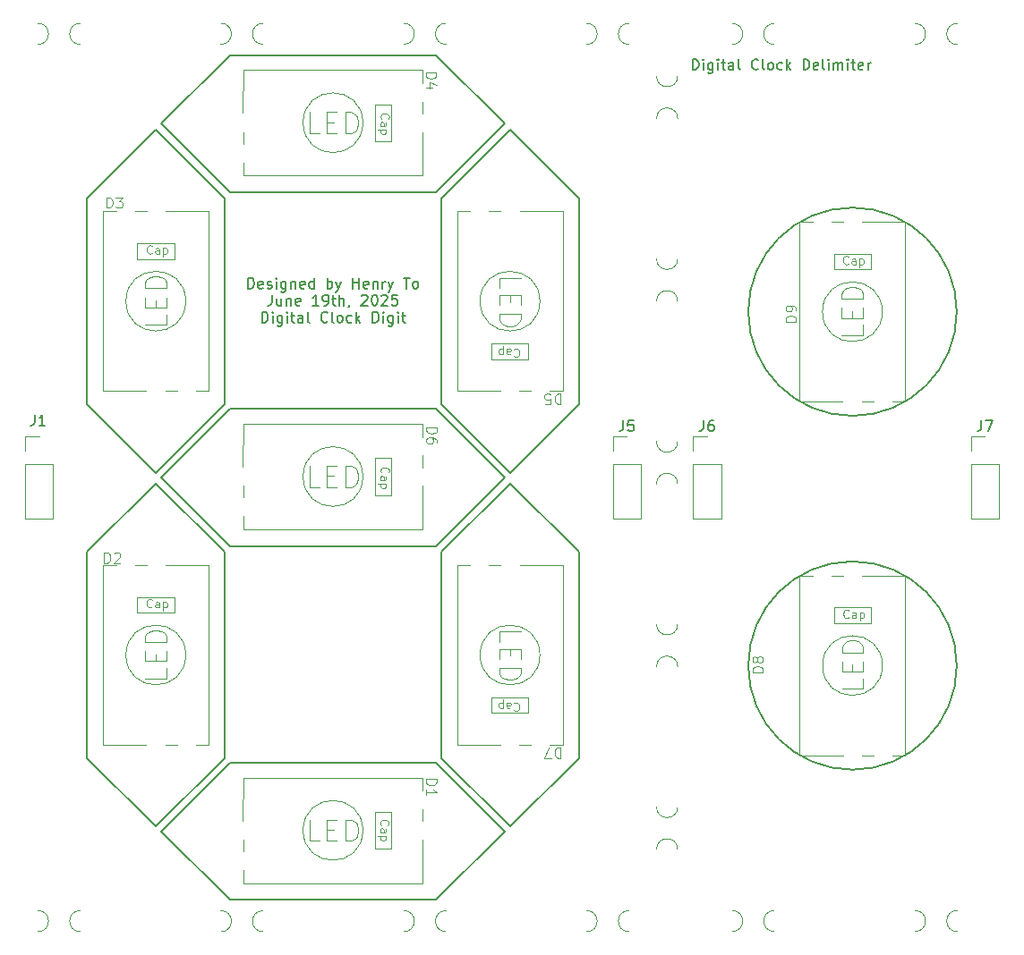
<source format=gto>
%TF.GenerationSoftware,KiCad,Pcbnew,8.0.5*%
%TF.CreationDate,2025-06-19T13:46:46-07:00*%
%TF.ProjectId,clock,636c6f63-6b2e-46b6-9963-61645f706362,rev?*%
%TF.SameCoordinates,Original*%
%TF.FileFunction,Legend,Top*%
%TF.FilePolarity,Positive*%
%FSLAX46Y46*%
G04 Gerber Fmt 4.6, Leading zero omitted, Abs format (unit mm)*
G04 Created by KiCad (PCBNEW 8.0.5) date 2025-06-19 13:46:46*
%MOMM*%
%LPD*%
G01*
G04 APERTURE LIST*
G04 Aperture macros list*
%AMFreePoly0*
4,1,32,0.000019,0.750046,0.000046,0.750019,0.000050,0.750000,0.000050,0.749994,0.166891,0.731196,0.325413,0.675727,0.467617,0.586374,0.586374,0.467617,0.675727,0.325413,0.731196,0.166891,0.750000,0.000000,0.731196,-0.166891,0.675727,-0.325413,0.586374,-0.467617,0.467617,-0.586374,0.325413,-0.675727,0.166891,-0.731196,0.000050,-0.749994,0.000050,-0.750000,0.000046,-0.750019,
0.000019,-0.750046,0.000000,-0.750050,-1.250000,-0.750050,-1.250019,-0.750046,-1.250046,-0.750019,-1.250050,-0.750000,-1.250050,0.750000,-1.250046,0.750019,-1.250019,0.750046,-1.250000,0.750050,0.000000,0.750050,0.000019,0.750046,0.000019,0.750046,$1*%
G04 Aperture macros list end*
%ADD10C,0.150000*%
%ADD11C,0.200000*%
%ADD12C,0.100000*%
%ADD13C,0.120000*%
%ADD14C,0.500000*%
%ADD15FreePoly0,270.000000*%
%ADD16FreePoly0,90.000000*%
%ADD17FreePoly0,0.000000*%
%ADD18FreePoly0,180.000000*%
%ADD19R,1.700000X1.700000*%
%ADD20O,1.700000X1.700000*%
G04 APERTURE END LIST*
D10*
X180450000Y-120000000D02*
X199950000Y-120000000D01*
X206950000Y-193050000D02*
X200450000Y-186550000D01*
X199950000Y-120000000D02*
X206450000Y-126500000D01*
X249202000Y-177800000D02*
G75*
G02*
X229478918Y-177800000I-9861541J0D01*
G01*
X229478918Y-177800000D02*
G75*
G02*
X249202000Y-177800000I9861541J0D01*
G01*
X179950000Y-186550000D02*
X173450000Y-193050000D01*
X166950000Y-153050000D02*
X166950000Y-133550000D01*
X180450000Y-133000000D02*
X173950000Y-126500000D01*
X166950000Y-186550000D02*
X166950000Y-167050000D01*
X173450000Y-193050000D02*
X166950000Y-186550000D01*
X200450000Y-167050000D02*
X206950000Y-160550000D01*
X213450000Y-133550000D02*
X213450000Y-153050000D01*
X206950000Y-160550000D02*
X213450000Y-167050000D01*
X206450000Y-160000000D02*
X199950000Y-166500000D01*
X249202000Y-144300000D02*
G75*
G02*
X229478918Y-144300000I-9861541J0D01*
G01*
X229478918Y-144300000D02*
G75*
G02*
X249202000Y-144300000I9861541J0D01*
G01*
X206950000Y-159550000D02*
X200450000Y-153050000D01*
X213450000Y-153050000D02*
X206950000Y-159550000D01*
X199950000Y-187000000D02*
X206450000Y-193500000D01*
X179950000Y-167050000D02*
X179950000Y-186550000D01*
X179950000Y-153050000D02*
X173450000Y-159550000D01*
X213450000Y-167050000D02*
X213450000Y-186550000D01*
X199950000Y-133000000D02*
X180450000Y-133000000D01*
X180450000Y-200000000D02*
X173950000Y-193500000D01*
X200450000Y-153050000D02*
X200450000Y-133550000D01*
X173450000Y-127050000D02*
X179950000Y-133550000D01*
X166950000Y-133550000D02*
X173450000Y-127050000D01*
X179950000Y-133550000D02*
X179950000Y-153050000D01*
X180450000Y-187000000D02*
X199950000Y-187000000D01*
X200450000Y-186550000D02*
X200450000Y-167050000D01*
X180450000Y-166500000D02*
X173950000Y-160000000D01*
X173950000Y-193500000D02*
X180450000Y-187000000D01*
X166950000Y-167050000D02*
X173450000Y-160550000D01*
X199950000Y-200000000D02*
X180450000Y-200000000D01*
X180450000Y-153500000D02*
X199950000Y-153500000D01*
X173950000Y-126500000D02*
X180450000Y-120000000D01*
X206450000Y-126500000D02*
X199950000Y-133000000D01*
X173950000Y-160000000D02*
X180450000Y-153500000D01*
X199950000Y-153500000D02*
X206450000Y-160000000D01*
X173450000Y-159550000D02*
X166950000Y-153050000D01*
X199950000Y-166500000D02*
X180450000Y-166500000D01*
X206450000Y-193500000D02*
X199950000Y-200000000D01*
X173450000Y-160550000D02*
X179950000Y-167050000D01*
X200450000Y-133550000D02*
X206950000Y-127050000D01*
X213450000Y-186550000D02*
X206950000Y-193050000D01*
X206950000Y-127050000D02*
X213450000Y-133550000D01*
D11*
X182176189Y-142097331D02*
X182176189Y-141097331D01*
X182176189Y-141097331D02*
X182414284Y-141097331D01*
X182414284Y-141097331D02*
X182557141Y-141144950D01*
X182557141Y-141144950D02*
X182652379Y-141240188D01*
X182652379Y-141240188D02*
X182699998Y-141335426D01*
X182699998Y-141335426D02*
X182747617Y-141525902D01*
X182747617Y-141525902D02*
X182747617Y-141668759D01*
X182747617Y-141668759D02*
X182699998Y-141859235D01*
X182699998Y-141859235D02*
X182652379Y-141954473D01*
X182652379Y-141954473D02*
X182557141Y-142049712D01*
X182557141Y-142049712D02*
X182414284Y-142097331D01*
X182414284Y-142097331D02*
X182176189Y-142097331D01*
X183557141Y-142049712D02*
X183461903Y-142097331D01*
X183461903Y-142097331D02*
X183271427Y-142097331D01*
X183271427Y-142097331D02*
X183176189Y-142049712D01*
X183176189Y-142049712D02*
X183128570Y-141954473D01*
X183128570Y-141954473D02*
X183128570Y-141573521D01*
X183128570Y-141573521D02*
X183176189Y-141478283D01*
X183176189Y-141478283D02*
X183271427Y-141430664D01*
X183271427Y-141430664D02*
X183461903Y-141430664D01*
X183461903Y-141430664D02*
X183557141Y-141478283D01*
X183557141Y-141478283D02*
X183604760Y-141573521D01*
X183604760Y-141573521D02*
X183604760Y-141668759D01*
X183604760Y-141668759D02*
X183128570Y-141763997D01*
X183985713Y-142049712D02*
X184080951Y-142097331D01*
X184080951Y-142097331D02*
X184271427Y-142097331D01*
X184271427Y-142097331D02*
X184366665Y-142049712D01*
X184366665Y-142049712D02*
X184414284Y-141954473D01*
X184414284Y-141954473D02*
X184414284Y-141906854D01*
X184414284Y-141906854D02*
X184366665Y-141811616D01*
X184366665Y-141811616D02*
X184271427Y-141763997D01*
X184271427Y-141763997D02*
X184128570Y-141763997D01*
X184128570Y-141763997D02*
X184033332Y-141716378D01*
X184033332Y-141716378D02*
X183985713Y-141621140D01*
X183985713Y-141621140D02*
X183985713Y-141573521D01*
X183985713Y-141573521D02*
X184033332Y-141478283D01*
X184033332Y-141478283D02*
X184128570Y-141430664D01*
X184128570Y-141430664D02*
X184271427Y-141430664D01*
X184271427Y-141430664D02*
X184366665Y-141478283D01*
X184842856Y-142097331D02*
X184842856Y-141430664D01*
X184842856Y-141097331D02*
X184795237Y-141144950D01*
X184795237Y-141144950D02*
X184842856Y-141192569D01*
X184842856Y-141192569D02*
X184890475Y-141144950D01*
X184890475Y-141144950D02*
X184842856Y-141097331D01*
X184842856Y-141097331D02*
X184842856Y-141192569D01*
X185747617Y-141430664D02*
X185747617Y-142240188D01*
X185747617Y-142240188D02*
X185699998Y-142335426D01*
X185699998Y-142335426D02*
X185652379Y-142383045D01*
X185652379Y-142383045D02*
X185557141Y-142430664D01*
X185557141Y-142430664D02*
X185414284Y-142430664D01*
X185414284Y-142430664D02*
X185319046Y-142383045D01*
X185747617Y-142049712D02*
X185652379Y-142097331D01*
X185652379Y-142097331D02*
X185461903Y-142097331D01*
X185461903Y-142097331D02*
X185366665Y-142049712D01*
X185366665Y-142049712D02*
X185319046Y-142002092D01*
X185319046Y-142002092D02*
X185271427Y-141906854D01*
X185271427Y-141906854D02*
X185271427Y-141621140D01*
X185271427Y-141621140D02*
X185319046Y-141525902D01*
X185319046Y-141525902D02*
X185366665Y-141478283D01*
X185366665Y-141478283D02*
X185461903Y-141430664D01*
X185461903Y-141430664D02*
X185652379Y-141430664D01*
X185652379Y-141430664D02*
X185747617Y-141478283D01*
X186223808Y-141430664D02*
X186223808Y-142097331D01*
X186223808Y-141525902D02*
X186271427Y-141478283D01*
X186271427Y-141478283D02*
X186366665Y-141430664D01*
X186366665Y-141430664D02*
X186509522Y-141430664D01*
X186509522Y-141430664D02*
X186604760Y-141478283D01*
X186604760Y-141478283D02*
X186652379Y-141573521D01*
X186652379Y-141573521D02*
X186652379Y-142097331D01*
X187509522Y-142049712D02*
X187414284Y-142097331D01*
X187414284Y-142097331D02*
X187223808Y-142097331D01*
X187223808Y-142097331D02*
X187128570Y-142049712D01*
X187128570Y-142049712D02*
X187080951Y-141954473D01*
X187080951Y-141954473D02*
X187080951Y-141573521D01*
X187080951Y-141573521D02*
X187128570Y-141478283D01*
X187128570Y-141478283D02*
X187223808Y-141430664D01*
X187223808Y-141430664D02*
X187414284Y-141430664D01*
X187414284Y-141430664D02*
X187509522Y-141478283D01*
X187509522Y-141478283D02*
X187557141Y-141573521D01*
X187557141Y-141573521D02*
X187557141Y-141668759D01*
X187557141Y-141668759D02*
X187080951Y-141763997D01*
X188414284Y-142097331D02*
X188414284Y-141097331D01*
X188414284Y-142049712D02*
X188319046Y-142097331D01*
X188319046Y-142097331D02*
X188128570Y-142097331D01*
X188128570Y-142097331D02*
X188033332Y-142049712D01*
X188033332Y-142049712D02*
X187985713Y-142002092D01*
X187985713Y-142002092D02*
X187938094Y-141906854D01*
X187938094Y-141906854D02*
X187938094Y-141621140D01*
X187938094Y-141621140D02*
X187985713Y-141525902D01*
X187985713Y-141525902D02*
X188033332Y-141478283D01*
X188033332Y-141478283D02*
X188128570Y-141430664D01*
X188128570Y-141430664D02*
X188319046Y-141430664D01*
X188319046Y-141430664D02*
X188414284Y-141478283D01*
X189652380Y-142097331D02*
X189652380Y-141097331D01*
X189652380Y-141478283D02*
X189747618Y-141430664D01*
X189747618Y-141430664D02*
X189938094Y-141430664D01*
X189938094Y-141430664D02*
X190033332Y-141478283D01*
X190033332Y-141478283D02*
X190080951Y-141525902D01*
X190080951Y-141525902D02*
X190128570Y-141621140D01*
X190128570Y-141621140D02*
X190128570Y-141906854D01*
X190128570Y-141906854D02*
X190080951Y-142002092D01*
X190080951Y-142002092D02*
X190033332Y-142049712D01*
X190033332Y-142049712D02*
X189938094Y-142097331D01*
X189938094Y-142097331D02*
X189747618Y-142097331D01*
X189747618Y-142097331D02*
X189652380Y-142049712D01*
X190461904Y-141430664D02*
X190699999Y-142097331D01*
X190938094Y-141430664D02*
X190699999Y-142097331D01*
X190699999Y-142097331D02*
X190604761Y-142335426D01*
X190604761Y-142335426D02*
X190557142Y-142383045D01*
X190557142Y-142383045D02*
X190461904Y-142430664D01*
X192080952Y-142097331D02*
X192080952Y-141097331D01*
X192080952Y-141573521D02*
X192652380Y-141573521D01*
X192652380Y-142097331D02*
X192652380Y-141097331D01*
X193509523Y-142049712D02*
X193414285Y-142097331D01*
X193414285Y-142097331D02*
X193223809Y-142097331D01*
X193223809Y-142097331D02*
X193128571Y-142049712D01*
X193128571Y-142049712D02*
X193080952Y-141954473D01*
X193080952Y-141954473D02*
X193080952Y-141573521D01*
X193080952Y-141573521D02*
X193128571Y-141478283D01*
X193128571Y-141478283D02*
X193223809Y-141430664D01*
X193223809Y-141430664D02*
X193414285Y-141430664D01*
X193414285Y-141430664D02*
X193509523Y-141478283D01*
X193509523Y-141478283D02*
X193557142Y-141573521D01*
X193557142Y-141573521D02*
X193557142Y-141668759D01*
X193557142Y-141668759D02*
X193080952Y-141763997D01*
X193985714Y-141430664D02*
X193985714Y-142097331D01*
X193985714Y-141525902D02*
X194033333Y-141478283D01*
X194033333Y-141478283D02*
X194128571Y-141430664D01*
X194128571Y-141430664D02*
X194271428Y-141430664D01*
X194271428Y-141430664D02*
X194366666Y-141478283D01*
X194366666Y-141478283D02*
X194414285Y-141573521D01*
X194414285Y-141573521D02*
X194414285Y-142097331D01*
X194890476Y-142097331D02*
X194890476Y-141430664D01*
X194890476Y-141621140D02*
X194938095Y-141525902D01*
X194938095Y-141525902D02*
X194985714Y-141478283D01*
X194985714Y-141478283D02*
X195080952Y-141430664D01*
X195080952Y-141430664D02*
X195176190Y-141430664D01*
X195414286Y-141430664D02*
X195652381Y-142097331D01*
X195890476Y-141430664D02*
X195652381Y-142097331D01*
X195652381Y-142097331D02*
X195557143Y-142335426D01*
X195557143Y-142335426D02*
X195509524Y-142383045D01*
X195509524Y-142383045D02*
X195414286Y-142430664D01*
X196890477Y-141097331D02*
X197461905Y-141097331D01*
X197176191Y-142097331D02*
X197176191Y-141097331D01*
X197938096Y-142097331D02*
X197842858Y-142049712D01*
X197842858Y-142049712D02*
X197795239Y-142002092D01*
X197795239Y-142002092D02*
X197747620Y-141906854D01*
X197747620Y-141906854D02*
X197747620Y-141621140D01*
X197747620Y-141621140D02*
X197795239Y-141525902D01*
X197795239Y-141525902D02*
X197842858Y-141478283D01*
X197842858Y-141478283D02*
X197938096Y-141430664D01*
X197938096Y-141430664D02*
X198080953Y-141430664D01*
X198080953Y-141430664D02*
X198176191Y-141478283D01*
X198176191Y-141478283D02*
X198223810Y-141525902D01*
X198223810Y-141525902D02*
X198271429Y-141621140D01*
X198271429Y-141621140D02*
X198271429Y-141906854D01*
X198271429Y-141906854D02*
X198223810Y-142002092D01*
X198223810Y-142002092D02*
X198176191Y-142049712D01*
X198176191Y-142049712D02*
X198080953Y-142097331D01*
X198080953Y-142097331D02*
X197938096Y-142097331D01*
X184414285Y-142707275D02*
X184414285Y-143421560D01*
X184414285Y-143421560D02*
X184366666Y-143564417D01*
X184366666Y-143564417D02*
X184271428Y-143659656D01*
X184271428Y-143659656D02*
X184128571Y-143707275D01*
X184128571Y-143707275D02*
X184033333Y-143707275D01*
X185319047Y-143040608D02*
X185319047Y-143707275D01*
X184890476Y-143040608D02*
X184890476Y-143564417D01*
X184890476Y-143564417D02*
X184938095Y-143659656D01*
X184938095Y-143659656D02*
X185033333Y-143707275D01*
X185033333Y-143707275D02*
X185176190Y-143707275D01*
X185176190Y-143707275D02*
X185271428Y-143659656D01*
X185271428Y-143659656D02*
X185319047Y-143612036D01*
X185795238Y-143040608D02*
X185795238Y-143707275D01*
X185795238Y-143135846D02*
X185842857Y-143088227D01*
X185842857Y-143088227D02*
X185938095Y-143040608D01*
X185938095Y-143040608D02*
X186080952Y-143040608D01*
X186080952Y-143040608D02*
X186176190Y-143088227D01*
X186176190Y-143088227D02*
X186223809Y-143183465D01*
X186223809Y-143183465D02*
X186223809Y-143707275D01*
X187080952Y-143659656D02*
X186985714Y-143707275D01*
X186985714Y-143707275D02*
X186795238Y-143707275D01*
X186795238Y-143707275D02*
X186700000Y-143659656D01*
X186700000Y-143659656D02*
X186652381Y-143564417D01*
X186652381Y-143564417D02*
X186652381Y-143183465D01*
X186652381Y-143183465D02*
X186700000Y-143088227D01*
X186700000Y-143088227D02*
X186795238Y-143040608D01*
X186795238Y-143040608D02*
X186985714Y-143040608D01*
X186985714Y-143040608D02*
X187080952Y-143088227D01*
X187080952Y-143088227D02*
X187128571Y-143183465D01*
X187128571Y-143183465D02*
X187128571Y-143278703D01*
X187128571Y-143278703D02*
X186652381Y-143373941D01*
X188842857Y-143707275D02*
X188271429Y-143707275D01*
X188557143Y-143707275D02*
X188557143Y-142707275D01*
X188557143Y-142707275D02*
X188461905Y-142850132D01*
X188461905Y-142850132D02*
X188366667Y-142945370D01*
X188366667Y-142945370D02*
X188271429Y-142992989D01*
X189319048Y-143707275D02*
X189509524Y-143707275D01*
X189509524Y-143707275D02*
X189604762Y-143659656D01*
X189604762Y-143659656D02*
X189652381Y-143612036D01*
X189652381Y-143612036D02*
X189747619Y-143469179D01*
X189747619Y-143469179D02*
X189795238Y-143278703D01*
X189795238Y-143278703D02*
X189795238Y-142897751D01*
X189795238Y-142897751D02*
X189747619Y-142802513D01*
X189747619Y-142802513D02*
X189700000Y-142754894D01*
X189700000Y-142754894D02*
X189604762Y-142707275D01*
X189604762Y-142707275D02*
X189414286Y-142707275D01*
X189414286Y-142707275D02*
X189319048Y-142754894D01*
X189319048Y-142754894D02*
X189271429Y-142802513D01*
X189271429Y-142802513D02*
X189223810Y-142897751D01*
X189223810Y-142897751D02*
X189223810Y-143135846D01*
X189223810Y-143135846D02*
X189271429Y-143231084D01*
X189271429Y-143231084D02*
X189319048Y-143278703D01*
X189319048Y-143278703D02*
X189414286Y-143326322D01*
X189414286Y-143326322D02*
X189604762Y-143326322D01*
X189604762Y-143326322D02*
X189700000Y-143278703D01*
X189700000Y-143278703D02*
X189747619Y-143231084D01*
X189747619Y-143231084D02*
X189795238Y-143135846D01*
X190080953Y-143040608D02*
X190461905Y-143040608D01*
X190223810Y-142707275D02*
X190223810Y-143564417D01*
X190223810Y-143564417D02*
X190271429Y-143659656D01*
X190271429Y-143659656D02*
X190366667Y-143707275D01*
X190366667Y-143707275D02*
X190461905Y-143707275D01*
X190795239Y-143707275D02*
X190795239Y-142707275D01*
X191223810Y-143707275D02*
X191223810Y-143183465D01*
X191223810Y-143183465D02*
X191176191Y-143088227D01*
X191176191Y-143088227D02*
X191080953Y-143040608D01*
X191080953Y-143040608D02*
X190938096Y-143040608D01*
X190938096Y-143040608D02*
X190842858Y-143088227D01*
X190842858Y-143088227D02*
X190795239Y-143135846D01*
X191747620Y-143659656D02*
X191747620Y-143707275D01*
X191747620Y-143707275D02*
X191700001Y-143802513D01*
X191700001Y-143802513D02*
X191652382Y-143850132D01*
X192890477Y-142802513D02*
X192938096Y-142754894D01*
X192938096Y-142754894D02*
X193033334Y-142707275D01*
X193033334Y-142707275D02*
X193271429Y-142707275D01*
X193271429Y-142707275D02*
X193366667Y-142754894D01*
X193366667Y-142754894D02*
X193414286Y-142802513D01*
X193414286Y-142802513D02*
X193461905Y-142897751D01*
X193461905Y-142897751D02*
X193461905Y-142992989D01*
X193461905Y-142992989D02*
X193414286Y-143135846D01*
X193414286Y-143135846D02*
X192842858Y-143707275D01*
X192842858Y-143707275D02*
X193461905Y-143707275D01*
X194080953Y-142707275D02*
X194176191Y-142707275D01*
X194176191Y-142707275D02*
X194271429Y-142754894D01*
X194271429Y-142754894D02*
X194319048Y-142802513D01*
X194319048Y-142802513D02*
X194366667Y-142897751D01*
X194366667Y-142897751D02*
X194414286Y-143088227D01*
X194414286Y-143088227D02*
X194414286Y-143326322D01*
X194414286Y-143326322D02*
X194366667Y-143516798D01*
X194366667Y-143516798D02*
X194319048Y-143612036D01*
X194319048Y-143612036D02*
X194271429Y-143659656D01*
X194271429Y-143659656D02*
X194176191Y-143707275D01*
X194176191Y-143707275D02*
X194080953Y-143707275D01*
X194080953Y-143707275D02*
X193985715Y-143659656D01*
X193985715Y-143659656D02*
X193938096Y-143612036D01*
X193938096Y-143612036D02*
X193890477Y-143516798D01*
X193890477Y-143516798D02*
X193842858Y-143326322D01*
X193842858Y-143326322D02*
X193842858Y-143088227D01*
X193842858Y-143088227D02*
X193890477Y-142897751D01*
X193890477Y-142897751D02*
X193938096Y-142802513D01*
X193938096Y-142802513D02*
X193985715Y-142754894D01*
X193985715Y-142754894D02*
X194080953Y-142707275D01*
X194795239Y-142802513D02*
X194842858Y-142754894D01*
X194842858Y-142754894D02*
X194938096Y-142707275D01*
X194938096Y-142707275D02*
X195176191Y-142707275D01*
X195176191Y-142707275D02*
X195271429Y-142754894D01*
X195271429Y-142754894D02*
X195319048Y-142802513D01*
X195319048Y-142802513D02*
X195366667Y-142897751D01*
X195366667Y-142897751D02*
X195366667Y-142992989D01*
X195366667Y-142992989D02*
X195319048Y-143135846D01*
X195319048Y-143135846D02*
X194747620Y-143707275D01*
X194747620Y-143707275D02*
X195366667Y-143707275D01*
X196271429Y-142707275D02*
X195795239Y-142707275D01*
X195795239Y-142707275D02*
X195747620Y-143183465D01*
X195747620Y-143183465D02*
X195795239Y-143135846D01*
X195795239Y-143135846D02*
X195890477Y-143088227D01*
X195890477Y-143088227D02*
X196128572Y-143088227D01*
X196128572Y-143088227D02*
X196223810Y-143135846D01*
X196223810Y-143135846D02*
X196271429Y-143183465D01*
X196271429Y-143183465D02*
X196319048Y-143278703D01*
X196319048Y-143278703D02*
X196319048Y-143516798D01*
X196319048Y-143516798D02*
X196271429Y-143612036D01*
X196271429Y-143612036D02*
X196223810Y-143659656D01*
X196223810Y-143659656D02*
X196128572Y-143707275D01*
X196128572Y-143707275D02*
X195890477Y-143707275D01*
X195890477Y-143707275D02*
X195795239Y-143659656D01*
X195795239Y-143659656D02*
X195747620Y-143612036D01*
X183485714Y-145317219D02*
X183485714Y-144317219D01*
X183485714Y-144317219D02*
X183723809Y-144317219D01*
X183723809Y-144317219D02*
X183866666Y-144364838D01*
X183866666Y-144364838D02*
X183961904Y-144460076D01*
X183961904Y-144460076D02*
X184009523Y-144555314D01*
X184009523Y-144555314D02*
X184057142Y-144745790D01*
X184057142Y-144745790D02*
X184057142Y-144888647D01*
X184057142Y-144888647D02*
X184009523Y-145079123D01*
X184009523Y-145079123D02*
X183961904Y-145174361D01*
X183961904Y-145174361D02*
X183866666Y-145269600D01*
X183866666Y-145269600D02*
X183723809Y-145317219D01*
X183723809Y-145317219D02*
X183485714Y-145317219D01*
X184485714Y-145317219D02*
X184485714Y-144650552D01*
X184485714Y-144317219D02*
X184438095Y-144364838D01*
X184438095Y-144364838D02*
X184485714Y-144412457D01*
X184485714Y-144412457D02*
X184533333Y-144364838D01*
X184533333Y-144364838D02*
X184485714Y-144317219D01*
X184485714Y-144317219D02*
X184485714Y-144412457D01*
X185390475Y-144650552D02*
X185390475Y-145460076D01*
X185390475Y-145460076D02*
X185342856Y-145555314D01*
X185342856Y-145555314D02*
X185295237Y-145602933D01*
X185295237Y-145602933D02*
X185199999Y-145650552D01*
X185199999Y-145650552D02*
X185057142Y-145650552D01*
X185057142Y-145650552D02*
X184961904Y-145602933D01*
X185390475Y-145269600D02*
X185295237Y-145317219D01*
X185295237Y-145317219D02*
X185104761Y-145317219D01*
X185104761Y-145317219D02*
X185009523Y-145269600D01*
X185009523Y-145269600D02*
X184961904Y-145221980D01*
X184961904Y-145221980D02*
X184914285Y-145126742D01*
X184914285Y-145126742D02*
X184914285Y-144841028D01*
X184914285Y-144841028D02*
X184961904Y-144745790D01*
X184961904Y-144745790D02*
X185009523Y-144698171D01*
X185009523Y-144698171D02*
X185104761Y-144650552D01*
X185104761Y-144650552D02*
X185295237Y-144650552D01*
X185295237Y-144650552D02*
X185390475Y-144698171D01*
X185866666Y-145317219D02*
X185866666Y-144650552D01*
X185866666Y-144317219D02*
X185819047Y-144364838D01*
X185819047Y-144364838D02*
X185866666Y-144412457D01*
X185866666Y-144412457D02*
X185914285Y-144364838D01*
X185914285Y-144364838D02*
X185866666Y-144317219D01*
X185866666Y-144317219D02*
X185866666Y-144412457D01*
X186199999Y-144650552D02*
X186580951Y-144650552D01*
X186342856Y-144317219D02*
X186342856Y-145174361D01*
X186342856Y-145174361D02*
X186390475Y-145269600D01*
X186390475Y-145269600D02*
X186485713Y-145317219D01*
X186485713Y-145317219D02*
X186580951Y-145317219D01*
X187342856Y-145317219D02*
X187342856Y-144793409D01*
X187342856Y-144793409D02*
X187295237Y-144698171D01*
X187295237Y-144698171D02*
X187199999Y-144650552D01*
X187199999Y-144650552D02*
X187009523Y-144650552D01*
X187009523Y-144650552D02*
X186914285Y-144698171D01*
X187342856Y-145269600D02*
X187247618Y-145317219D01*
X187247618Y-145317219D02*
X187009523Y-145317219D01*
X187009523Y-145317219D02*
X186914285Y-145269600D01*
X186914285Y-145269600D02*
X186866666Y-145174361D01*
X186866666Y-145174361D02*
X186866666Y-145079123D01*
X186866666Y-145079123D02*
X186914285Y-144983885D01*
X186914285Y-144983885D02*
X187009523Y-144936266D01*
X187009523Y-144936266D02*
X187247618Y-144936266D01*
X187247618Y-144936266D02*
X187342856Y-144888647D01*
X187961904Y-145317219D02*
X187866666Y-145269600D01*
X187866666Y-145269600D02*
X187819047Y-145174361D01*
X187819047Y-145174361D02*
X187819047Y-144317219D01*
X189676190Y-145221980D02*
X189628571Y-145269600D01*
X189628571Y-145269600D02*
X189485714Y-145317219D01*
X189485714Y-145317219D02*
X189390476Y-145317219D01*
X189390476Y-145317219D02*
X189247619Y-145269600D01*
X189247619Y-145269600D02*
X189152381Y-145174361D01*
X189152381Y-145174361D02*
X189104762Y-145079123D01*
X189104762Y-145079123D02*
X189057143Y-144888647D01*
X189057143Y-144888647D02*
X189057143Y-144745790D01*
X189057143Y-144745790D02*
X189104762Y-144555314D01*
X189104762Y-144555314D02*
X189152381Y-144460076D01*
X189152381Y-144460076D02*
X189247619Y-144364838D01*
X189247619Y-144364838D02*
X189390476Y-144317219D01*
X189390476Y-144317219D02*
X189485714Y-144317219D01*
X189485714Y-144317219D02*
X189628571Y-144364838D01*
X189628571Y-144364838D02*
X189676190Y-144412457D01*
X190247619Y-145317219D02*
X190152381Y-145269600D01*
X190152381Y-145269600D02*
X190104762Y-145174361D01*
X190104762Y-145174361D02*
X190104762Y-144317219D01*
X190771429Y-145317219D02*
X190676191Y-145269600D01*
X190676191Y-145269600D02*
X190628572Y-145221980D01*
X190628572Y-145221980D02*
X190580953Y-145126742D01*
X190580953Y-145126742D02*
X190580953Y-144841028D01*
X190580953Y-144841028D02*
X190628572Y-144745790D01*
X190628572Y-144745790D02*
X190676191Y-144698171D01*
X190676191Y-144698171D02*
X190771429Y-144650552D01*
X190771429Y-144650552D02*
X190914286Y-144650552D01*
X190914286Y-144650552D02*
X191009524Y-144698171D01*
X191009524Y-144698171D02*
X191057143Y-144745790D01*
X191057143Y-144745790D02*
X191104762Y-144841028D01*
X191104762Y-144841028D02*
X191104762Y-145126742D01*
X191104762Y-145126742D02*
X191057143Y-145221980D01*
X191057143Y-145221980D02*
X191009524Y-145269600D01*
X191009524Y-145269600D02*
X190914286Y-145317219D01*
X190914286Y-145317219D02*
X190771429Y-145317219D01*
X191961905Y-145269600D02*
X191866667Y-145317219D01*
X191866667Y-145317219D02*
X191676191Y-145317219D01*
X191676191Y-145317219D02*
X191580953Y-145269600D01*
X191580953Y-145269600D02*
X191533334Y-145221980D01*
X191533334Y-145221980D02*
X191485715Y-145126742D01*
X191485715Y-145126742D02*
X191485715Y-144841028D01*
X191485715Y-144841028D02*
X191533334Y-144745790D01*
X191533334Y-144745790D02*
X191580953Y-144698171D01*
X191580953Y-144698171D02*
X191676191Y-144650552D01*
X191676191Y-144650552D02*
X191866667Y-144650552D01*
X191866667Y-144650552D02*
X191961905Y-144698171D01*
X192390477Y-145317219D02*
X192390477Y-144317219D01*
X192485715Y-144936266D02*
X192771429Y-145317219D01*
X192771429Y-144650552D02*
X192390477Y-145031504D01*
X193961906Y-145317219D02*
X193961906Y-144317219D01*
X193961906Y-144317219D02*
X194200001Y-144317219D01*
X194200001Y-144317219D02*
X194342858Y-144364838D01*
X194342858Y-144364838D02*
X194438096Y-144460076D01*
X194438096Y-144460076D02*
X194485715Y-144555314D01*
X194485715Y-144555314D02*
X194533334Y-144745790D01*
X194533334Y-144745790D02*
X194533334Y-144888647D01*
X194533334Y-144888647D02*
X194485715Y-145079123D01*
X194485715Y-145079123D02*
X194438096Y-145174361D01*
X194438096Y-145174361D02*
X194342858Y-145269600D01*
X194342858Y-145269600D02*
X194200001Y-145317219D01*
X194200001Y-145317219D02*
X193961906Y-145317219D01*
X194961906Y-145317219D02*
X194961906Y-144650552D01*
X194961906Y-144317219D02*
X194914287Y-144364838D01*
X194914287Y-144364838D02*
X194961906Y-144412457D01*
X194961906Y-144412457D02*
X195009525Y-144364838D01*
X195009525Y-144364838D02*
X194961906Y-144317219D01*
X194961906Y-144317219D02*
X194961906Y-144412457D01*
X195866667Y-144650552D02*
X195866667Y-145460076D01*
X195866667Y-145460076D02*
X195819048Y-145555314D01*
X195819048Y-145555314D02*
X195771429Y-145602933D01*
X195771429Y-145602933D02*
X195676191Y-145650552D01*
X195676191Y-145650552D02*
X195533334Y-145650552D01*
X195533334Y-145650552D02*
X195438096Y-145602933D01*
X195866667Y-145269600D02*
X195771429Y-145317219D01*
X195771429Y-145317219D02*
X195580953Y-145317219D01*
X195580953Y-145317219D02*
X195485715Y-145269600D01*
X195485715Y-145269600D02*
X195438096Y-145221980D01*
X195438096Y-145221980D02*
X195390477Y-145126742D01*
X195390477Y-145126742D02*
X195390477Y-144841028D01*
X195390477Y-144841028D02*
X195438096Y-144745790D01*
X195438096Y-144745790D02*
X195485715Y-144698171D01*
X195485715Y-144698171D02*
X195580953Y-144650552D01*
X195580953Y-144650552D02*
X195771429Y-144650552D01*
X195771429Y-144650552D02*
X195866667Y-144698171D01*
X196342858Y-145317219D02*
X196342858Y-144650552D01*
X196342858Y-144317219D02*
X196295239Y-144364838D01*
X196295239Y-144364838D02*
X196342858Y-144412457D01*
X196342858Y-144412457D02*
X196390477Y-144364838D01*
X196390477Y-144364838D02*
X196342858Y-144317219D01*
X196342858Y-144317219D02*
X196342858Y-144412457D01*
X196676191Y-144650552D02*
X197057143Y-144650552D01*
X196819048Y-144317219D02*
X196819048Y-145174361D01*
X196819048Y-145174361D02*
X196866667Y-145269600D01*
X196866667Y-145269600D02*
X196961905Y-145317219D01*
X196961905Y-145317219D02*
X197057143Y-145317219D01*
X224219673Y-121392219D02*
X224219673Y-120392219D01*
X224219673Y-120392219D02*
X224457768Y-120392219D01*
X224457768Y-120392219D02*
X224600625Y-120439838D01*
X224600625Y-120439838D02*
X224695863Y-120535076D01*
X224695863Y-120535076D02*
X224743482Y-120630314D01*
X224743482Y-120630314D02*
X224791101Y-120820790D01*
X224791101Y-120820790D02*
X224791101Y-120963647D01*
X224791101Y-120963647D02*
X224743482Y-121154123D01*
X224743482Y-121154123D02*
X224695863Y-121249361D01*
X224695863Y-121249361D02*
X224600625Y-121344600D01*
X224600625Y-121344600D02*
X224457768Y-121392219D01*
X224457768Y-121392219D02*
X224219673Y-121392219D01*
X225219673Y-121392219D02*
X225219673Y-120725552D01*
X225219673Y-120392219D02*
X225172054Y-120439838D01*
X225172054Y-120439838D02*
X225219673Y-120487457D01*
X225219673Y-120487457D02*
X225267292Y-120439838D01*
X225267292Y-120439838D02*
X225219673Y-120392219D01*
X225219673Y-120392219D02*
X225219673Y-120487457D01*
X226124434Y-120725552D02*
X226124434Y-121535076D01*
X226124434Y-121535076D02*
X226076815Y-121630314D01*
X226076815Y-121630314D02*
X226029196Y-121677933D01*
X226029196Y-121677933D02*
X225933958Y-121725552D01*
X225933958Y-121725552D02*
X225791101Y-121725552D01*
X225791101Y-121725552D02*
X225695863Y-121677933D01*
X226124434Y-121344600D02*
X226029196Y-121392219D01*
X226029196Y-121392219D02*
X225838720Y-121392219D01*
X225838720Y-121392219D02*
X225743482Y-121344600D01*
X225743482Y-121344600D02*
X225695863Y-121296980D01*
X225695863Y-121296980D02*
X225648244Y-121201742D01*
X225648244Y-121201742D02*
X225648244Y-120916028D01*
X225648244Y-120916028D02*
X225695863Y-120820790D01*
X225695863Y-120820790D02*
X225743482Y-120773171D01*
X225743482Y-120773171D02*
X225838720Y-120725552D01*
X225838720Y-120725552D02*
X226029196Y-120725552D01*
X226029196Y-120725552D02*
X226124434Y-120773171D01*
X226600625Y-121392219D02*
X226600625Y-120725552D01*
X226600625Y-120392219D02*
X226553006Y-120439838D01*
X226553006Y-120439838D02*
X226600625Y-120487457D01*
X226600625Y-120487457D02*
X226648244Y-120439838D01*
X226648244Y-120439838D02*
X226600625Y-120392219D01*
X226600625Y-120392219D02*
X226600625Y-120487457D01*
X226933958Y-120725552D02*
X227314910Y-120725552D01*
X227076815Y-120392219D02*
X227076815Y-121249361D01*
X227076815Y-121249361D02*
X227124434Y-121344600D01*
X227124434Y-121344600D02*
X227219672Y-121392219D01*
X227219672Y-121392219D02*
X227314910Y-121392219D01*
X228076815Y-121392219D02*
X228076815Y-120868409D01*
X228076815Y-120868409D02*
X228029196Y-120773171D01*
X228029196Y-120773171D02*
X227933958Y-120725552D01*
X227933958Y-120725552D02*
X227743482Y-120725552D01*
X227743482Y-120725552D02*
X227648244Y-120773171D01*
X228076815Y-121344600D02*
X227981577Y-121392219D01*
X227981577Y-121392219D02*
X227743482Y-121392219D01*
X227743482Y-121392219D02*
X227648244Y-121344600D01*
X227648244Y-121344600D02*
X227600625Y-121249361D01*
X227600625Y-121249361D02*
X227600625Y-121154123D01*
X227600625Y-121154123D02*
X227648244Y-121058885D01*
X227648244Y-121058885D02*
X227743482Y-121011266D01*
X227743482Y-121011266D02*
X227981577Y-121011266D01*
X227981577Y-121011266D02*
X228076815Y-120963647D01*
X228695863Y-121392219D02*
X228600625Y-121344600D01*
X228600625Y-121344600D02*
X228553006Y-121249361D01*
X228553006Y-121249361D02*
X228553006Y-120392219D01*
X230410149Y-121296980D02*
X230362530Y-121344600D01*
X230362530Y-121344600D02*
X230219673Y-121392219D01*
X230219673Y-121392219D02*
X230124435Y-121392219D01*
X230124435Y-121392219D02*
X229981578Y-121344600D01*
X229981578Y-121344600D02*
X229886340Y-121249361D01*
X229886340Y-121249361D02*
X229838721Y-121154123D01*
X229838721Y-121154123D02*
X229791102Y-120963647D01*
X229791102Y-120963647D02*
X229791102Y-120820790D01*
X229791102Y-120820790D02*
X229838721Y-120630314D01*
X229838721Y-120630314D02*
X229886340Y-120535076D01*
X229886340Y-120535076D02*
X229981578Y-120439838D01*
X229981578Y-120439838D02*
X230124435Y-120392219D01*
X230124435Y-120392219D02*
X230219673Y-120392219D01*
X230219673Y-120392219D02*
X230362530Y-120439838D01*
X230362530Y-120439838D02*
X230410149Y-120487457D01*
X230981578Y-121392219D02*
X230886340Y-121344600D01*
X230886340Y-121344600D02*
X230838721Y-121249361D01*
X230838721Y-121249361D02*
X230838721Y-120392219D01*
X231505388Y-121392219D02*
X231410150Y-121344600D01*
X231410150Y-121344600D02*
X231362531Y-121296980D01*
X231362531Y-121296980D02*
X231314912Y-121201742D01*
X231314912Y-121201742D02*
X231314912Y-120916028D01*
X231314912Y-120916028D02*
X231362531Y-120820790D01*
X231362531Y-120820790D02*
X231410150Y-120773171D01*
X231410150Y-120773171D02*
X231505388Y-120725552D01*
X231505388Y-120725552D02*
X231648245Y-120725552D01*
X231648245Y-120725552D02*
X231743483Y-120773171D01*
X231743483Y-120773171D02*
X231791102Y-120820790D01*
X231791102Y-120820790D02*
X231838721Y-120916028D01*
X231838721Y-120916028D02*
X231838721Y-121201742D01*
X231838721Y-121201742D02*
X231791102Y-121296980D01*
X231791102Y-121296980D02*
X231743483Y-121344600D01*
X231743483Y-121344600D02*
X231648245Y-121392219D01*
X231648245Y-121392219D02*
X231505388Y-121392219D01*
X232695864Y-121344600D02*
X232600626Y-121392219D01*
X232600626Y-121392219D02*
X232410150Y-121392219D01*
X232410150Y-121392219D02*
X232314912Y-121344600D01*
X232314912Y-121344600D02*
X232267293Y-121296980D01*
X232267293Y-121296980D02*
X232219674Y-121201742D01*
X232219674Y-121201742D02*
X232219674Y-120916028D01*
X232219674Y-120916028D02*
X232267293Y-120820790D01*
X232267293Y-120820790D02*
X232314912Y-120773171D01*
X232314912Y-120773171D02*
X232410150Y-120725552D01*
X232410150Y-120725552D02*
X232600626Y-120725552D01*
X232600626Y-120725552D02*
X232695864Y-120773171D01*
X233124436Y-121392219D02*
X233124436Y-120392219D01*
X233219674Y-121011266D02*
X233505388Y-121392219D01*
X233505388Y-120725552D02*
X233124436Y-121106504D01*
X234695865Y-121392219D02*
X234695865Y-120392219D01*
X234695865Y-120392219D02*
X234933960Y-120392219D01*
X234933960Y-120392219D02*
X235076817Y-120439838D01*
X235076817Y-120439838D02*
X235172055Y-120535076D01*
X235172055Y-120535076D02*
X235219674Y-120630314D01*
X235219674Y-120630314D02*
X235267293Y-120820790D01*
X235267293Y-120820790D02*
X235267293Y-120963647D01*
X235267293Y-120963647D02*
X235219674Y-121154123D01*
X235219674Y-121154123D02*
X235172055Y-121249361D01*
X235172055Y-121249361D02*
X235076817Y-121344600D01*
X235076817Y-121344600D02*
X234933960Y-121392219D01*
X234933960Y-121392219D02*
X234695865Y-121392219D01*
X236076817Y-121344600D02*
X235981579Y-121392219D01*
X235981579Y-121392219D02*
X235791103Y-121392219D01*
X235791103Y-121392219D02*
X235695865Y-121344600D01*
X235695865Y-121344600D02*
X235648246Y-121249361D01*
X235648246Y-121249361D02*
X235648246Y-120868409D01*
X235648246Y-120868409D02*
X235695865Y-120773171D01*
X235695865Y-120773171D02*
X235791103Y-120725552D01*
X235791103Y-120725552D02*
X235981579Y-120725552D01*
X235981579Y-120725552D02*
X236076817Y-120773171D01*
X236076817Y-120773171D02*
X236124436Y-120868409D01*
X236124436Y-120868409D02*
X236124436Y-120963647D01*
X236124436Y-120963647D02*
X235648246Y-121058885D01*
X236695865Y-121392219D02*
X236600627Y-121344600D01*
X236600627Y-121344600D02*
X236553008Y-121249361D01*
X236553008Y-121249361D02*
X236553008Y-120392219D01*
X237076818Y-121392219D02*
X237076818Y-120725552D01*
X237076818Y-120392219D02*
X237029199Y-120439838D01*
X237029199Y-120439838D02*
X237076818Y-120487457D01*
X237076818Y-120487457D02*
X237124437Y-120439838D01*
X237124437Y-120439838D02*
X237076818Y-120392219D01*
X237076818Y-120392219D02*
X237076818Y-120487457D01*
X237553008Y-121392219D02*
X237553008Y-120725552D01*
X237553008Y-120820790D02*
X237600627Y-120773171D01*
X237600627Y-120773171D02*
X237695865Y-120725552D01*
X237695865Y-120725552D02*
X237838722Y-120725552D01*
X237838722Y-120725552D02*
X237933960Y-120773171D01*
X237933960Y-120773171D02*
X237981579Y-120868409D01*
X237981579Y-120868409D02*
X237981579Y-121392219D01*
X237981579Y-120868409D02*
X238029198Y-120773171D01*
X238029198Y-120773171D02*
X238124436Y-120725552D01*
X238124436Y-120725552D02*
X238267293Y-120725552D01*
X238267293Y-120725552D02*
X238362532Y-120773171D01*
X238362532Y-120773171D02*
X238410151Y-120868409D01*
X238410151Y-120868409D02*
X238410151Y-121392219D01*
X238886341Y-121392219D02*
X238886341Y-120725552D01*
X238886341Y-120392219D02*
X238838722Y-120439838D01*
X238838722Y-120439838D02*
X238886341Y-120487457D01*
X238886341Y-120487457D02*
X238933960Y-120439838D01*
X238933960Y-120439838D02*
X238886341Y-120392219D01*
X238886341Y-120392219D02*
X238886341Y-120487457D01*
X239219674Y-120725552D02*
X239600626Y-120725552D01*
X239362531Y-120392219D02*
X239362531Y-121249361D01*
X239362531Y-121249361D02*
X239410150Y-121344600D01*
X239410150Y-121344600D02*
X239505388Y-121392219D01*
X239505388Y-121392219D02*
X239600626Y-121392219D01*
X240314912Y-121344600D02*
X240219674Y-121392219D01*
X240219674Y-121392219D02*
X240029198Y-121392219D01*
X240029198Y-121392219D02*
X239933960Y-121344600D01*
X239933960Y-121344600D02*
X239886341Y-121249361D01*
X239886341Y-121249361D02*
X239886341Y-120868409D01*
X239886341Y-120868409D02*
X239933960Y-120773171D01*
X239933960Y-120773171D02*
X240029198Y-120725552D01*
X240029198Y-120725552D02*
X240219674Y-120725552D01*
X240219674Y-120725552D02*
X240314912Y-120773171D01*
X240314912Y-120773171D02*
X240362531Y-120868409D01*
X240362531Y-120868409D02*
X240362531Y-120963647D01*
X240362531Y-120963647D02*
X239886341Y-121058885D01*
X240791103Y-121392219D02*
X240791103Y-120725552D01*
X240791103Y-120916028D02*
X240838722Y-120820790D01*
X240838722Y-120820790D02*
X240886341Y-120773171D01*
X240886341Y-120773171D02*
X240981579Y-120725552D01*
X240981579Y-120725552D02*
X241076817Y-120725552D01*
D12*
X211738094Y-152042580D02*
X211738094Y-153042580D01*
X211738094Y-153042580D02*
X211499999Y-153042580D01*
X211499999Y-153042580D02*
X211357142Y-152994961D01*
X211357142Y-152994961D02*
X211261904Y-152899723D01*
X211261904Y-152899723D02*
X211214285Y-152804485D01*
X211214285Y-152804485D02*
X211166666Y-152614009D01*
X211166666Y-152614009D02*
X211166666Y-152471152D01*
X211166666Y-152471152D02*
X211214285Y-152280676D01*
X211214285Y-152280676D02*
X211261904Y-152185438D01*
X211261904Y-152185438D02*
X211357142Y-152090200D01*
X211357142Y-152090200D02*
X211499999Y-152042580D01*
X211499999Y-152042580D02*
X211738094Y-152042580D01*
X210261904Y-153042580D02*
X210738094Y-153042580D01*
X210738094Y-153042580D02*
X210785713Y-152566390D01*
X210785713Y-152566390D02*
X210738094Y-152614009D01*
X210738094Y-152614009D02*
X210642856Y-152661628D01*
X210642856Y-152661628D02*
X210404761Y-152661628D01*
X210404761Y-152661628D02*
X210309523Y-152614009D01*
X210309523Y-152614009D02*
X210261904Y-152566390D01*
X210261904Y-152566390D02*
X210214285Y-152471152D01*
X210214285Y-152471152D02*
X210214285Y-152233057D01*
X210214285Y-152233057D02*
X210261904Y-152137819D01*
X210261904Y-152137819D02*
X210309523Y-152090200D01*
X210309523Y-152090200D02*
X210404761Y-152042580D01*
X210404761Y-152042580D02*
X210642856Y-152042580D01*
X210642856Y-152042580D02*
X210738094Y-152090200D01*
X210738094Y-152090200D02*
X210785713Y-152137819D01*
X207321591Y-147869295D02*
X207359687Y-147831200D01*
X207359687Y-147831200D02*
X207473972Y-147793104D01*
X207473972Y-147793104D02*
X207550163Y-147793104D01*
X207550163Y-147793104D02*
X207664449Y-147831200D01*
X207664449Y-147831200D02*
X207740639Y-147907390D01*
X207740639Y-147907390D02*
X207778734Y-147983580D01*
X207778734Y-147983580D02*
X207816830Y-148135961D01*
X207816830Y-148135961D02*
X207816830Y-148250247D01*
X207816830Y-148250247D02*
X207778734Y-148402628D01*
X207778734Y-148402628D02*
X207740639Y-148478819D01*
X207740639Y-148478819D02*
X207664449Y-148555009D01*
X207664449Y-148555009D02*
X207550163Y-148593104D01*
X207550163Y-148593104D02*
X207473972Y-148593104D01*
X207473972Y-148593104D02*
X207359687Y-148555009D01*
X207359687Y-148555009D02*
X207321591Y-148516914D01*
X206635877Y-147793104D02*
X206635877Y-148212152D01*
X206635877Y-148212152D02*
X206673972Y-148288342D01*
X206673972Y-148288342D02*
X206750163Y-148326438D01*
X206750163Y-148326438D02*
X206902544Y-148326438D01*
X206902544Y-148326438D02*
X206978734Y-148288342D01*
X206635877Y-147831200D02*
X206712068Y-147793104D01*
X206712068Y-147793104D02*
X206902544Y-147793104D01*
X206902544Y-147793104D02*
X206978734Y-147831200D01*
X206978734Y-147831200D02*
X207016830Y-147907390D01*
X207016830Y-147907390D02*
X207016830Y-147983580D01*
X207016830Y-147983580D02*
X206978734Y-148059771D01*
X206978734Y-148059771D02*
X206902544Y-148097866D01*
X206902544Y-148097866D02*
X206712068Y-148097866D01*
X206712068Y-148097866D02*
X206635877Y-148135961D01*
X206254924Y-148326438D02*
X206254924Y-147526438D01*
X206254924Y-148288342D02*
X206178734Y-148326438D01*
X206178734Y-148326438D02*
X206026353Y-148326438D01*
X206026353Y-148326438D02*
X205950162Y-148288342D01*
X205950162Y-148288342D02*
X205912067Y-148250247D01*
X205912067Y-148250247D02*
X205873972Y-148174057D01*
X205873972Y-148174057D02*
X205873972Y-147945485D01*
X205873972Y-147945485D02*
X205912067Y-147869295D01*
X205912067Y-147869295D02*
X205950162Y-147831200D01*
X205950162Y-147831200D02*
X206026353Y-147793104D01*
X206026353Y-147793104D02*
X206178734Y-147793104D01*
X206178734Y-147793104D02*
X206254924Y-147831200D01*
X205944961Y-142044360D02*
X205944961Y-141091979D01*
X205944961Y-141091979D02*
X207944961Y-141091979D01*
X206992580Y-142711027D02*
X206992580Y-143377694D01*
X205944961Y-143663408D02*
X205944961Y-142711027D01*
X205944961Y-142711027D02*
X207944961Y-142711027D01*
X207944961Y-142711027D02*
X207944961Y-143663408D01*
X205944961Y-144520551D02*
X207944961Y-144520551D01*
X207944961Y-144520551D02*
X207944961Y-144996741D01*
X207944961Y-144996741D02*
X207849723Y-145282456D01*
X207849723Y-145282456D02*
X207659247Y-145472932D01*
X207659247Y-145472932D02*
X207468771Y-145568170D01*
X207468771Y-145568170D02*
X207087819Y-145663408D01*
X207087819Y-145663408D02*
X206802104Y-145663408D01*
X206802104Y-145663408D02*
X206421152Y-145568170D01*
X206421152Y-145568170D02*
X206230676Y-145472932D01*
X206230676Y-145472932D02*
X206040200Y-145282456D01*
X206040200Y-145282456D02*
X205944961Y-144996741D01*
X205944961Y-144996741D02*
X205944961Y-144520551D01*
X168561905Y-168082419D02*
X168561905Y-167082419D01*
X168561905Y-167082419D02*
X168800000Y-167082419D01*
X168800000Y-167082419D02*
X168942857Y-167130038D01*
X168942857Y-167130038D02*
X169038095Y-167225276D01*
X169038095Y-167225276D02*
X169085714Y-167320514D01*
X169085714Y-167320514D02*
X169133333Y-167510990D01*
X169133333Y-167510990D02*
X169133333Y-167653847D01*
X169133333Y-167653847D02*
X169085714Y-167844323D01*
X169085714Y-167844323D02*
X169038095Y-167939561D01*
X169038095Y-167939561D02*
X168942857Y-168034800D01*
X168942857Y-168034800D02*
X168800000Y-168082419D01*
X168800000Y-168082419D02*
X168561905Y-168082419D01*
X169514286Y-167177657D02*
X169561905Y-167130038D01*
X169561905Y-167130038D02*
X169657143Y-167082419D01*
X169657143Y-167082419D02*
X169895238Y-167082419D01*
X169895238Y-167082419D02*
X169990476Y-167130038D01*
X169990476Y-167130038D02*
X170038095Y-167177657D01*
X170038095Y-167177657D02*
X170085714Y-167272895D01*
X170085714Y-167272895D02*
X170085714Y-167368133D01*
X170085714Y-167368133D02*
X170038095Y-167510990D01*
X170038095Y-167510990D02*
X169466667Y-168082419D01*
X169466667Y-168082419D02*
X170085714Y-168082419D01*
X173068408Y-172230704D02*
X173030312Y-172268800D01*
X173030312Y-172268800D02*
X172916027Y-172306895D01*
X172916027Y-172306895D02*
X172839836Y-172306895D01*
X172839836Y-172306895D02*
X172725550Y-172268800D01*
X172725550Y-172268800D02*
X172649360Y-172192609D01*
X172649360Y-172192609D02*
X172611265Y-172116419D01*
X172611265Y-172116419D02*
X172573169Y-171964038D01*
X172573169Y-171964038D02*
X172573169Y-171849752D01*
X172573169Y-171849752D02*
X172611265Y-171697371D01*
X172611265Y-171697371D02*
X172649360Y-171621180D01*
X172649360Y-171621180D02*
X172725550Y-171544990D01*
X172725550Y-171544990D02*
X172839836Y-171506895D01*
X172839836Y-171506895D02*
X172916027Y-171506895D01*
X172916027Y-171506895D02*
X173030312Y-171544990D01*
X173030312Y-171544990D02*
X173068408Y-171583085D01*
X173754122Y-172306895D02*
X173754122Y-171887847D01*
X173754122Y-171887847D02*
X173716027Y-171811657D01*
X173716027Y-171811657D02*
X173639836Y-171773561D01*
X173639836Y-171773561D02*
X173487455Y-171773561D01*
X173487455Y-171773561D02*
X173411265Y-171811657D01*
X173754122Y-172268800D02*
X173677931Y-172306895D01*
X173677931Y-172306895D02*
X173487455Y-172306895D01*
X173487455Y-172306895D02*
X173411265Y-172268800D01*
X173411265Y-172268800D02*
X173373169Y-172192609D01*
X173373169Y-172192609D02*
X173373169Y-172116419D01*
X173373169Y-172116419D02*
X173411265Y-172040228D01*
X173411265Y-172040228D02*
X173487455Y-172002133D01*
X173487455Y-172002133D02*
X173677931Y-172002133D01*
X173677931Y-172002133D02*
X173754122Y-171964038D01*
X174135075Y-171773561D02*
X174135075Y-172573561D01*
X174135075Y-171811657D02*
X174211265Y-171773561D01*
X174211265Y-171773561D02*
X174363646Y-171773561D01*
X174363646Y-171773561D02*
X174439837Y-171811657D01*
X174439837Y-171811657D02*
X174477932Y-171849752D01*
X174477932Y-171849752D02*
X174516027Y-171925942D01*
X174516027Y-171925942D02*
X174516027Y-172154514D01*
X174516027Y-172154514D02*
X174477932Y-172230704D01*
X174477932Y-172230704D02*
X174439837Y-172268800D01*
X174439837Y-172268800D02*
X174363646Y-172306895D01*
X174363646Y-172306895D02*
X174211265Y-172306895D01*
X174211265Y-172306895D02*
X174135075Y-172268800D01*
X174445038Y-178055639D02*
X174445038Y-179008020D01*
X174445038Y-179008020D02*
X172445038Y-179008020D01*
X173397419Y-177388972D02*
X173397419Y-176722305D01*
X174445038Y-176436591D02*
X174445038Y-177388972D01*
X174445038Y-177388972D02*
X172445038Y-177388972D01*
X172445038Y-177388972D02*
X172445038Y-176436591D01*
X174445038Y-175579448D02*
X172445038Y-175579448D01*
X172445038Y-175579448D02*
X172445038Y-175103258D01*
X172445038Y-175103258D02*
X172540276Y-174817543D01*
X172540276Y-174817543D02*
X172730752Y-174627067D01*
X172730752Y-174627067D02*
X172921228Y-174531829D01*
X172921228Y-174531829D02*
X173302180Y-174436591D01*
X173302180Y-174436591D02*
X173587895Y-174436591D01*
X173587895Y-174436591D02*
X173968847Y-174531829D01*
X173968847Y-174531829D02*
X174159323Y-174627067D01*
X174159323Y-174627067D02*
X174349800Y-174817543D01*
X174349800Y-174817543D02*
X174445038Y-175103258D01*
X174445038Y-175103258D02*
X174445038Y-175579448D01*
X198967580Y-121636905D02*
X199967580Y-121636905D01*
X199967580Y-121636905D02*
X199967580Y-121875000D01*
X199967580Y-121875000D02*
X199919961Y-122017857D01*
X199919961Y-122017857D02*
X199824723Y-122113095D01*
X199824723Y-122113095D02*
X199729485Y-122160714D01*
X199729485Y-122160714D02*
X199539009Y-122208333D01*
X199539009Y-122208333D02*
X199396152Y-122208333D01*
X199396152Y-122208333D02*
X199205676Y-122160714D01*
X199205676Y-122160714D02*
X199110438Y-122113095D01*
X199110438Y-122113095D02*
X199015200Y-122017857D01*
X199015200Y-122017857D02*
X198967580Y-121875000D01*
X198967580Y-121875000D02*
X198967580Y-121636905D01*
X199634247Y-123065476D02*
X198967580Y-123065476D01*
X200015200Y-122827381D02*
X199300914Y-122589286D01*
X199300914Y-122589286D02*
X199300914Y-123208333D01*
X194769295Y-126028408D02*
X194731200Y-125990312D01*
X194731200Y-125990312D02*
X194693104Y-125876027D01*
X194693104Y-125876027D02*
X194693104Y-125799836D01*
X194693104Y-125799836D02*
X194731200Y-125685550D01*
X194731200Y-125685550D02*
X194807390Y-125609360D01*
X194807390Y-125609360D02*
X194883580Y-125571265D01*
X194883580Y-125571265D02*
X195035961Y-125533169D01*
X195035961Y-125533169D02*
X195150247Y-125533169D01*
X195150247Y-125533169D02*
X195302628Y-125571265D01*
X195302628Y-125571265D02*
X195378819Y-125609360D01*
X195378819Y-125609360D02*
X195455009Y-125685550D01*
X195455009Y-125685550D02*
X195493104Y-125799836D01*
X195493104Y-125799836D02*
X195493104Y-125876027D01*
X195493104Y-125876027D02*
X195455009Y-125990312D01*
X195455009Y-125990312D02*
X195416914Y-126028408D01*
X194693104Y-126714122D02*
X195112152Y-126714122D01*
X195112152Y-126714122D02*
X195188342Y-126676027D01*
X195188342Y-126676027D02*
X195226438Y-126599836D01*
X195226438Y-126599836D02*
X195226438Y-126447455D01*
X195226438Y-126447455D02*
X195188342Y-126371265D01*
X194731200Y-126714122D02*
X194693104Y-126637931D01*
X194693104Y-126637931D02*
X194693104Y-126447455D01*
X194693104Y-126447455D02*
X194731200Y-126371265D01*
X194731200Y-126371265D02*
X194807390Y-126333169D01*
X194807390Y-126333169D02*
X194883580Y-126333169D01*
X194883580Y-126333169D02*
X194959771Y-126371265D01*
X194959771Y-126371265D02*
X194997866Y-126447455D01*
X194997866Y-126447455D02*
X194997866Y-126637931D01*
X194997866Y-126637931D02*
X195035961Y-126714122D01*
X195226438Y-127095075D02*
X194426438Y-127095075D01*
X195188342Y-127095075D02*
X195226438Y-127171265D01*
X195226438Y-127171265D02*
X195226438Y-127323646D01*
X195226438Y-127323646D02*
X195188342Y-127399837D01*
X195188342Y-127399837D02*
X195150247Y-127437932D01*
X195150247Y-127437932D02*
X195074057Y-127476027D01*
X195074057Y-127476027D02*
X194845485Y-127476027D01*
X194845485Y-127476027D02*
X194769295Y-127437932D01*
X194769295Y-127437932D02*
X194731200Y-127399837D01*
X194731200Y-127399837D02*
X194693104Y-127323646D01*
X194693104Y-127323646D02*
X194693104Y-127171265D01*
X194693104Y-127171265D02*
X194731200Y-127095075D01*
X188944360Y-127405038D02*
X187991979Y-127405038D01*
X187991979Y-127405038D02*
X187991979Y-125405038D01*
X189611027Y-126357419D02*
X190277694Y-126357419D01*
X190563408Y-127405038D02*
X189611027Y-127405038D01*
X189611027Y-127405038D02*
X189611027Y-125405038D01*
X189611027Y-125405038D02*
X190563408Y-125405038D01*
X191420551Y-127405038D02*
X191420551Y-125405038D01*
X191420551Y-125405038D02*
X191896741Y-125405038D01*
X191896741Y-125405038D02*
X192182456Y-125500276D01*
X192182456Y-125500276D02*
X192372932Y-125690752D01*
X192372932Y-125690752D02*
X192468170Y-125881228D01*
X192468170Y-125881228D02*
X192563408Y-126262180D01*
X192563408Y-126262180D02*
X192563408Y-126547895D01*
X192563408Y-126547895D02*
X192468170Y-126928847D01*
X192468170Y-126928847D02*
X192372932Y-127119323D01*
X192372932Y-127119323D02*
X192182456Y-127309800D01*
X192182456Y-127309800D02*
X191896741Y-127405038D01*
X191896741Y-127405038D02*
X191420551Y-127405038D01*
X199042580Y-155261905D02*
X200042580Y-155261905D01*
X200042580Y-155261905D02*
X200042580Y-155500000D01*
X200042580Y-155500000D02*
X199994961Y-155642857D01*
X199994961Y-155642857D02*
X199899723Y-155738095D01*
X199899723Y-155738095D02*
X199804485Y-155785714D01*
X199804485Y-155785714D02*
X199614009Y-155833333D01*
X199614009Y-155833333D02*
X199471152Y-155833333D01*
X199471152Y-155833333D02*
X199280676Y-155785714D01*
X199280676Y-155785714D02*
X199185438Y-155738095D01*
X199185438Y-155738095D02*
X199090200Y-155642857D01*
X199090200Y-155642857D02*
X199042580Y-155500000D01*
X199042580Y-155500000D02*
X199042580Y-155261905D01*
X200042580Y-156690476D02*
X200042580Y-156500000D01*
X200042580Y-156500000D02*
X199994961Y-156404762D01*
X199994961Y-156404762D02*
X199947342Y-156357143D01*
X199947342Y-156357143D02*
X199804485Y-156261905D01*
X199804485Y-156261905D02*
X199614009Y-156214286D01*
X199614009Y-156214286D02*
X199233057Y-156214286D01*
X199233057Y-156214286D02*
X199137819Y-156261905D01*
X199137819Y-156261905D02*
X199090200Y-156309524D01*
X199090200Y-156309524D02*
X199042580Y-156404762D01*
X199042580Y-156404762D02*
X199042580Y-156595238D01*
X199042580Y-156595238D02*
X199090200Y-156690476D01*
X199090200Y-156690476D02*
X199137819Y-156738095D01*
X199137819Y-156738095D02*
X199233057Y-156785714D01*
X199233057Y-156785714D02*
X199471152Y-156785714D01*
X199471152Y-156785714D02*
X199566390Y-156738095D01*
X199566390Y-156738095D02*
X199614009Y-156690476D01*
X199614009Y-156690476D02*
X199661628Y-156595238D01*
X199661628Y-156595238D02*
X199661628Y-156404762D01*
X199661628Y-156404762D02*
X199614009Y-156309524D01*
X199614009Y-156309524D02*
X199566390Y-156261905D01*
X199566390Y-156261905D02*
X199471152Y-156214286D01*
X194769295Y-159528408D02*
X194731200Y-159490312D01*
X194731200Y-159490312D02*
X194693104Y-159376027D01*
X194693104Y-159376027D02*
X194693104Y-159299836D01*
X194693104Y-159299836D02*
X194731200Y-159185550D01*
X194731200Y-159185550D02*
X194807390Y-159109360D01*
X194807390Y-159109360D02*
X194883580Y-159071265D01*
X194883580Y-159071265D02*
X195035961Y-159033169D01*
X195035961Y-159033169D02*
X195150247Y-159033169D01*
X195150247Y-159033169D02*
X195302628Y-159071265D01*
X195302628Y-159071265D02*
X195378819Y-159109360D01*
X195378819Y-159109360D02*
X195455009Y-159185550D01*
X195455009Y-159185550D02*
X195493104Y-159299836D01*
X195493104Y-159299836D02*
X195493104Y-159376027D01*
X195493104Y-159376027D02*
X195455009Y-159490312D01*
X195455009Y-159490312D02*
X195416914Y-159528408D01*
X194693104Y-160214122D02*
X195112152Y-160214122D01*
X195112152Y-160214122D02*
X195188342Y-160176027D01*
X195188342Y-160176027D02*
X195226438Y-160099836D01*
X195226438Y-160099836D02*
X195226438Y-159947455D01*
X195226438Y-159947455D02*
X195188342Y-159871265D01*
X194731200Y-160214122D02*
X194693104Y-160137931D01*
X194693104Y-160137931D02*
X194693104Y-159947455D01*
X194693104Y-159947455D02*
X194731200Y-159871265D01*
X194731200Y-159871265D02*
X194807390Y-159833169D01*
X194807390Y-159833169D02*
X194883580Y-159833169D01*
X194883580Y-159833169D02*
X194959771Y-159871265D01*
X194959771Y-159871265D02*
X194997866Y-159947455D01*
X194997866Y-159947455D02*
X194997866Y-160137931D01*
X194997866Y-160137931D02*
X195035961Y-160214122D01*
X195226438Y-160595075D02*
X194426438Y-160595075D01*
X195188342Y-160595075D02*
X195226438Y-160671265D01*
X195226438Y-160671265D02*
X195226438Y-160823646D01*
X195226438Y-160823646D02*
X195188342Y-160899837D01*
X195188342Y-160899837D02*
X195150247Y-160937932D01*
X195150247Y-160937932D02*
X195074057Y-160976027D01*
X195074057Y-160976027D02*
X194845485Y-160976027D01*
X194845485Y-160976027D02*
X194769295Y-160937932D01*
X194769295Y-160937932D02*
X194731200Y-160899837D01*
X194731200Y-160899837D02*
X194693104Y-160823646D01*
X194693104Y-160823646D02*
X194693104Y-160671265D01*
X194693104Y-160671265D02*
X194731200Y-160595075D01*
X188944360Y-160905038D02*
X187991979Y-160905038D01*
X187991979Y-160905038D02*
X187991979Y-158905038D01*
X189611027Y-159857419D02*
X190277694Y-159857419D01*
X190563408Y-160905038D02*
X189611027Y-160905038D01*
X189611027Y-160905038D02*
X189611027Y-158905038D01*
X189611027Y-158905038D02*
X190563408Y-158905038D01*
X191420551Y-160905038D02*
X191420551Y-158905038D01*
X191420551Y-158905038D02*
X191896741Y-158905038D01*
X191896741Y-158905038D02*
X192182456Y-159000276D01*
X192182456Y-159000276D02*
X192372932Y-159190752D01*
X192372932Y-159190752D02*
X192468170Y-159381228D01*
X192468170Y-159381228D02*
X192563408Y-159762180D01*
X192563408Y-159762180D02*
X192563408Y-160047895D01*
X192563408Y-160047895D02*
X192468170Y-160428847D01*
X192468170Y-160428847D02*
X192372932Y-160619323D01*
X192372932Y-160619323D02*
X192182456Y-160809800D01*
X192182456Y-160809800D02*
X191896741Y-160905038D01*
X191896741Y-160905038D02*
X191420551Y-160905038D01*
D10*
X251536666Y-154584819D02*
X251536666Y-155299104D01*
X251536666Y-155299104D02*
X251489047Y-155441961D01*
X251489047Y-155441961D02*
X251393809Y-155537200D01*
X251393809Y-155537200D02*
X251250952Y-155584819D01*
X251250952Y-155584819D02*
X251155714Y-155584819D01*
X251917619Y-154584819D02*
X252584285Y-154584819D01*
X252584285Y-154584819D02*
X252155714Y-155584819D01*
X217666666Y-154584819D02*
X217666666Y-155299104D01*
X217666666Y-155299104D02*
X217619047Y-155441961D01*
X217619047Y-155441961D02*
X217523809Y-155537200D01*
X217523809Y-155537200D02*
X217380952Y-155584819D01*
X217380952Y-155584819D02*
X217285714Y-155584819D01*
X218619047Y-154584819D02*
X218142857Y-154584819D01*
X218142857Y-154584819D02*
X218095238Y-155061009D01*
X218095238Y-155061009D02*
X218142857Y-155013390D01*
X218142857Y-155013390D02*
X218238095Y-154965771D01*
X218238095Y-154965771D02*
X218476190Y-154965771D01*
X218476190Y-154965771D02*
X218571428Y-155013390D01*
X218571428Y-155013390D02*
X218619047Y-155061009D01*
X218619047Y-155061009D02*
X218666666Y-155156247D01*
X218666666Y-155156247D02*
X218666666Y-155394342D01*
X218666666Y-155394342D02*
X218619047Y-155489580D01*
X218619047Y-155489580D02*
X218571428Y-155537200D01*
X218571428Y-155537200D02*
X218476190Y-155584819D01*
X218476190Y-155584819D02*
X218238095Y-155584819D01*
X218238095Y-155584819D02*
X218142857Y-155537200D01*
X218142857Y-155537200D02*
X218095238Y-155489580D01*
X225246666Y-154584819D02*
X225246666Y-155299104D01*
X225246666Y-155299104D02*
X225199047Y-155441961D01*
X225199047Y-155441961D02*
X225103809Y-155537200D01*
X225103809Y-155537200D02*
X224960952Y-155584819D01*
X224960952Y-155584819D02*
X224865714Y-155584819D01*
X226151428Y-154584819D02*
X225960952Y-154584819D01*
X225960952Y-154584819D02*
X225865714Y-154632438D01*
X225865714Y-154632438D02*
X225818095Y-154680057D01*
X225818095Y-154680057D02*
X225722857Y-154822914D01*
X225722857Y-154822914D02*
X225675238Y-155013390D01*
X225675238Y-155013390D02*
X225675238Y-155394342D01*
X225675238Y-155394342D02*
X225722857Y-155489580D01*
X225722857Y-155489580D02*
X225770476Y-155537200D01*
X225770476Y-155537200D02*
X225865714Y-155584819D01*
X225865714Y-155584819D02*
X226056190Y-155584819D01*
X226056190Y-155584819D02*
X226151428Y-155537200D01*
X226151428Y-155537200D02*
X226199047Y-155489580D01*
X226199047Y-155489580D02*
X226246666Y-155394342D01*
X226246666Y-155394342D02*
X226246666Y-155156247D01*
X226246666Y-155156247D02*
X226199047Y-155061009D01*
X226199047Y-155061009D02*
X226151428Y-155013390D01*
X226151428Y-155013390D02*
X226056190Y-154965771D01*
X226056190Y-154965771D02*
X225865714Y-154965771D01*
X225865714Y-154965771D02*
X225770476Y-155013390D01*
X225770476Y-155013390D02*
X225722857Y-155061009D01*
X225722857Y-155061009D02*
X225675238Y-155156247D01*
D12*
X211738094Y-185542580D02*
X211738094Y-186542580D01*
X211738094Y-186542580D02*
X211499999Y-186542580D01*
X211499999Y-186542580D02*
X211357142Y-186494961D01*
X211357142Y-186494961D02*
X211261904Y-186399723D01*
X211261904Y-186399723D02*
X211214285Y-186304485D01*
X211214285Y-186304485D02*
X211166666Y-186114009D01*
X211166666Y-186114009D02*
X211166666Y-185971152D01*
X211166666Y-185971152D02*
X211214285Y-185780676D01*
X211214285Y-185780676D02*
X211261904Y-185685438D01*
X211261904Y-185685438D02*
X211357142Y-185590200D01*
X211357142Y-185590200D02*
X211499999Y-185542580D01*
X211499999Y-185542580D02*
X211738094Y-185542580D01*
X210833332Y-186542580D02*
X210166666Y-186542580D01*
X210166666Y-186542580D02*
X210595237Y-185542580D01*
X205944961Y-175544360D02*
X205944961Y-174591979D01*
X205944961Y-174591979D02*
X207944961Y-174591979D01*
X206992580Y-176211027D02*
X206992580Y-176877694D01*
X205944961Y-177163408D02*
X205944961Y-176211027D01*
X205944961Y-176211027D02*
X207944961Y-176211027D01*
X207944961Y-176211027D02*
X207944961Y-177163408D01*
X205944961Y-178020551D02*
X207944961Y-178020551D01*
X207944961Y-178020551D02*
X207944961Y-178496741D01*
X207944961Y-178496741D02*
X207849723Y-178782456D01*
X207849723Y-178782456D02*
X207659247Y-178972932D01*
X207659247Y-178972932D02*
X207468771Y-179068170D01*
X207468771Y-179068170D02*
X207087819Y-179163408D01*
X207087819Y-179163408D02*
X206802104Y-179163408D01*
X206802104Y-179163408D02*
X206421152Y-179068170D01*
X206421152Y-179068170D02*
X206230676Y-178972932D01*
X206230676Y-178972932D02*
X206040200Y-178782456D01*
X206040200Y-178782456D02*
X205944961Y-178496741D01*
X205944961Y-178496741D02*
X205944961Y-178020551D01*
X207321591Y-181369295D02*
X207359687Y-181331200D01*
X207359687Y-181331200D02*
X207473972Y-181293104D01*
X207473972Y-181293104D02*
X207550163Y-181293104D01*
X207550163Y-181293104D02*
X207664449Y-181331200D01*
X207664449Y-181331200D02*
X207740639Y-181407390D01*
X207740639Y-181407390D02*
X207778734Y-181483580D01*
X207778734Y-181483580D02*
X207816830Y-181635961D01*
X207816830Y-181635961D02*
X207816830Y-181750247D01*
X207816830Y-181750247D02*
X207778734Y-181902628D01*
X207778734Y-181902628D02*
X207740639Y-181978819D01*
X207740639Y-181978819D02*
X207664449Y-182055009D01*
X207664449Y-182055009D02*
X207550163Y-182093104D01*
X207550163Y-182093104D02*
X207473972Y-182093104D01*
X207473972Y-182093104D02*
X207359687Y-182055009D01*
X207359687Y-182055009D02*
X207321591Y-182016914D01*
X206635877Y-181293104D02*
X206635877Y-181712152D01*
X206635877Y-181712152D02*
X206673972Y-181788342D01*
X206673972Y-181788342D02*
X206750163Y-181826438D01*
X206750163Y-181826438D02*
X206902544Y-181826438D01*
X206902544Y-181826438D02*
X206978734Y-181788342D01*
X206635877Y-181331200D02*
X206712068Y-181293104D01*
X206712068Y-181293104D02*
X206902544Y-181293104D01*
X206902544Y-181293104D02*
X206978734Y-181331200D01*
X206978734Y-181331200D02*
X207016830Y-181407390D01*
X207016830Y-181407390D02*
X207016830Y-181483580D01*
X207016830Y-181483580D02*
X206978734Y-181559771D01*
X206978734Y-181559771D02*
X206902544Y-181597866D01*
X206902544Y-181597866D02*
X206712068Y-181597866D01*
X206712068Y-181597866D02*
X206635877Y-181635961D01*
X206254924Y-181826438D02*
X206254924Y-181026438D01*
X206254924Y-181788342D02*
X206178734Y-181826438D01*
X206178734Y-181826438D02*
X206026353Y-181826438D01*
X206026353Y-181826438D02*
X205950162Y-181788342D01*
X205950162Y-181788342D02*
X205912067Y-181750247D01*
X205912067Y-181750247D02*
X205873972Y-181674057D01*
X205873972Y-181674057D02*
X205873972Y-181445485D01*
X205873972Y-181445485D02*
X205912067Y-181369295D01*
X205912067Y-181369295D02*
X205950162Y-181331200D01*
X205950162Y-181331200D02*
X206026353Y-181293104D01*
X206026353Y-181293104D02*
X206178734Y-181293104D01*
X206178734Y-181293104D02*
X206254924Y-181331200D01*
X198992580Y-188561905D02*
X199992580Y-188561905D01*
X199992580Y-188561905D02*
X199992580Y-188800000D01*
X199992580Y-188800000D02*
X199944961Y-188942857D01*
X199944961Y-188942857D02*
X199849723Y-189038095D01*
X199849723Y-189038095D02*
X199754485Y-189085714D01*
X199754485Y-189085714D02*
X199564009Y-189133333D01*
X199564009Y-189133333D02*
X199421152Y-189133333D01*
X199421152Y-189133333D02*
X199230676Y-189085714D01*
X199230676Y-189085714D02*
X199135438Y-189038095D01*
X199135438Y-189038095D02*
X199040200Y-188942857D01*
X199040200Y-188942857D02*
X198992580Y-188800000D01*
X198992580Y-188800000D02*
X198992580Y-188561905D01*
X198992580Y-190085714D02*
X198992580Y-189514286D01*
X198992580Y-189800000D02*
X199992580Y-189800000D01*
X199992580Y-189800000D02*
X199849723Y-189704762D01*
X199849723Y-189704762D02*
X199754485Y-189609524D01*
X199754485Y-189609524D02*
X199706866Y-189514286D01*
X188944360Y-194405038D02*
X187991979Y-194405038D01*
X187991979Y-194405038D02*
X187991979Y-192405038D01*
X189611027Y-193357419D02*
X190277694Y-193357419D01*
X190563408Y-194405038D02*
X189611027Y-194405038D01*
X189611027Y-194405038D02*
X189611027Y-192405038D01*
X189611027Y-192405038D02*
X190563408Y-192405038D01*
X191420551Y-194405038D02*
X191420551Y-192405038D01*
X191420551Y-192405038D02*
X191896741Y-192405038D01*
X191896741Y-192405038D02*
X192182456Y-192500276D01*
X192182456Y-192500276D02*
X192372932Y-192690752D01*
X192372932Y-192690752D02*
X192468170Y-192881228D01*
X192468170Y-192881228D02*
X192563408Y-193262180D01*
X192563408Y-193262180D02*
X192563408Y-193547895D01*
X192563408Y-193547895D02*
X192468170Y-193928847D01*
X192468170Y-193928847D02*
X192372932Y-194119323D01*
X192372932Y-194119323D02*
X192182456Y-194309800D01*
X192182456Y-194309800D02*
X191896741Y-194405038D01*
X191896741Y-194405038D02*
X191420551Y-194405038D01*
X194754295Y-192913408D02*
X194716200Y-192875312D01*
X194716200Y-192875312D02*
X194678104Y-192761027D01*
X194678104Y-192761027D02*
X194678104Y-192684836D01*
X194678104Y-192684836D02*
X194716200Y-192570550D01*
X194716200Y-192570550D02*
X194792390Y-192494360D01*
X194792390Y-192494360D02*
X194868580Y-192456265D01*
X194868580Y-192456265D02*
X195020961Y-192418169D01*
X195020961Y-192418169D02*
X195135247Y-192418169D01*
X195135247Y-192418169D02*
X195287628Y-192456265D01*
X195287628Y-192456265D02*
X195363819Y-192494360D01*
X195363819Y-192494360D02*
X195440009Y-192570550D01*
X195440009Y-192570550D02*
X195478104Y-192684836D01*
X195478104Y-192684836D02*
X195478104Y-192761027D01*
X195478104Y-192761027D02*
X195440009Y-192875312D01*
X195440009Y-192875312D02*
X195401914Y-192913408D01*
X194678104Y-193599122D02*
X195097152Y-193599122D01*
X195097152Y-193599122D02*
X195173342Y-193561027D01*
X195173342Y-193561027D02*
X195211438Y-193484836D01*
X195211438Y-193484836D02*
X195211438Y-193332455D01*
X195211438Y-193332455D02*
X195173342Y-193256265D01*
X194716200Y-193599122D02*
X194678104Y-193522931D01*
X194678104Y-193522931D02*
X194678104Y-193332455D01*
X194678104Y-193332455D02*
X194716200Y-193256265D01*
X194716200Y-193256265D02*
X194792390Y-193218169D01*
X194792390Y-193218169D02*
X194868580Y-193218169D01*
X194868580Y-193218169D02*
X194944771Y-193256265D01*
X194944771Y-193256265D02*
X194982866Y-193332455D01*
X194982866Y-193332455D02*
X194982866Y-193522931D01*
X194982866Y-193522931D02*
X195020961Y-193599122D01*
X195211438Y-193980075D02*
X194411438Y-193980075D01*
X195173342Y-193980075D02*
X195211438Y-194056265D01*
X195211438Y-194056265D02*
X195211438Y-194208646D01*
X195211438Y-194208646D02*
X195173342Y-194284837D01*
X195173342Y-194284837D02*
X195135247Y-194322932D01*
X195135247Y-194322932D02*
X195059057Y-194361027D01*
X195059057Y-194361027D02*
X194830485Y-194361027D01*
X194830485Y-194361027D02*
X194754295Y-194322932D01*
X194754295Y-194322932D02*
X194716200Y-194284837D01*
X194716200Y-194284837D02*
X194678104Y-194208646D01*
X194678104Y-194208646D02*
X194678104Y-194056265D01*
X194678104Y-194056265D02*
X194716200Y-193980075D01*
X168761905Y-134457419D02*
X168761905Y-133457419D01*
X168761905Y-133457419D02*
X169000000Y-133457419D01*
X169000000Y-133457419D02*
X169142857Y-133505038D01*
X169142857Y-133505038D02*
X169238095Y-133600276D01*
X169238095Y-133600276D02*
X169285714Y-133695514D01*
X169285714Y-133695514D02*
X169333333Y-133885990D01*
X169333333Y-133885990D02*
X169333333Y-134028847D01*
X169333333Y-134028847D02*
X169285714Y-134219323D01*
X169285714Y-134219323D02*
X169238095Y-134314561D01*
X169238095Y-134314561D02*
X169142857Y-134409800D01*
X169142857Y-134409800D02*
X169000000Y-134457419D01*
X169000000Y-134457419D02*
X168761905Y-134457419D01*
X169666667Y-133457419D02*
X170285714Y-133457419D01*
X170285714Y-133457419D02*
X169952381Y-133838371D01*
X169952381Y-133838371D02*
X170095238Y-133838371D01*
X170095238Y-133838371D02*
X170190476Y-133885990D01*
X170190476Y-133885990D02*
X170238095Y-133933609D01*
X170238095Y-133933609D02*
X170285714Y-134028847D01*
X170285714Y-134028847D02*
X170285714Y-134266942D01*
X170285714Y-134266942D02*
X170238095Y-134362180D01*
X170238095Y-134362180D02*
X170190476Y-134409800D01*
X170190476Y-134409800D02*
X170095238Y-134457419D01*
X170095238Y-134457419D02*
X169809524Y-134457419D01*
X169809524Y-134457419D02*
X169714286Y-134409800D01*
X169714286Y-134409800D02*
X169666667Y-134362180D01*
X173068408Y-138730704D02*
X173030312Y-138768800D01*
X173030312Y-138768800D02*
X172916027Y-138806895D01*
X172916027Y-138806895D02*
X172839836Y-138806895D01*
X172839836Y-138806895D02*
X172725550Y-138768800D01*
X172725550Y-138768800D02*
X172649360Y-138692609D01*
X172649360Y-138692609D02*
X172611265Y-138616419D01*
X172611265Y-138616419D02*
X172573169Y-138464038D01*
X172573169Y-138464038D02*
X172573169Y-138349752D01*
X172573169Y-138349752D02*
X172611265Y-138197371D01*
X172611265Y-138197371D02*
X172649360Y-138121180D01*
X172649360Y-138121180D02*
X172725550Y-138044990D01*
X172725550Y-138044990D02*
X172839836Y-138006895D01*
X172839836Y-138006895D02*
X172916027Y-138006895D01*
X172916027Y-138006895D02*
X173030312Y-138044990D01*
X173030312Y-138044990D02*
X173068408Y-138083085D01*
X173754122Y-138806895D02*
X173754122Y-138387847D01*
X173754122Y-138387847D02*
X173716027Y-138311657D01*
X173716027Y-138311657D02*
X173639836Y-138273561D01*
X173639836Y-138273561D02*
X173487455Y-138273561D01*
X173487455Y-138273561D02*
X173411265Y-138311657D01*
X173754122Y-138768800D02*
X173677931Y-138806895D01*
X173677931Y-138806895D02*
X173487455Y-138806895D01*
X173487455Y-138806895D02*
X173411265Y-138768800D01*
X173411265Y-138768800D02*
X173373169Y-138692609D01*
X173373169Y-138692609D02*
X173373169Y-138616419D01*
X173373169Y-138616419D02*
X173411265Y-138540228D01*
X173411265Y-138540228D02*
X173487455Y-138502133D01*
X173487455Y-138502133D02*
X173677931Y-138502133D01*
X173677931Y-138502133D02*
X173754122Y-138464038D01*
X174135075Y-138273561D02*
X174135075Y-139073561D01*
X174135075Y-138311657D02*
X174211265Y-138273561D01*
X174211265Y-138273561D02*
X174363646Y-138273561D01*
X174363646Y-138273561D02*
X174439837Y-138311657D01*
X174439837Y-138311657D02*
X174477932Y-138349752D01*
X174477932Y-138349752D02*
X174516027Y-138425942D01*
X174516027Y-138425942D02*
X174516027Y-138654514D01*
X174516027Y-138654514D02*
X174477932Y-138730704D01*
X174477932Y-138730704D02*
X174439837Y-138768800D01*
X174439837Y-138768800D02*
X174363646Y-138806895D01*
X174363646Y-138806895D02*
X174211265Y-138806895D01*
X174211265Y-138806895D02*
X174135075Y-138768800D01*
X174445038Y-144555639D02*
X174445038Y-145508020D01*
X174445038Y-145508020D02*
X172445038Y-145508020D01*
X173397419Y-143888972D02*
X173397419Y-143222305D01*
X174445038Y-142936591D02*
X174445038Y-143888972D01*
X174445038Y-143888972D02*
X172445038Y-143888972D01*
X172445038Y-143888972D02*
X172445038Y-142936591D01*
X174445038Y-142079448D02*
X172445038Y-142079448D01*
X172445038Y-142079448D02*
X172445038Y-141603258D01*
X172445038Y-141603258D02*
X172540276Y-141317543D01*
X172540276Y-141317543D02*
X172730752Y-141127067D01*
X172730752Y-141127067D02*
X172921228Y-141031829D01*
X172921228Y-141031829D02*
X173302180Y-140936591D01*
X173302180Y-140936591D02*
X173587895Y-140936591D01*
X173587895Y-140936591D02*
X173968847Y-141031829D01*
X173968847Y-141031829D02*
X174159323Y-141127067D01*
X174159323Y-141127067D02*
X174349800Y-141317543D01*
X174349800Y-141317543D02*
X174445038Y-141603258D01*
X174445038Y-141603258D02*
X174445038Y-142079448D01*
X233998960Y-145238094D02*
X232998960Y-145238094D01*
X232998960Y-145238094D02*
X232998960Y-144999999D01*
X232998960Y-144999999D02*
X233046579Y-144857142D01*
X233046579Y-144857142D02*
X233141817Y-144761904D01*
X233141817Y-144761904D02*
X233237055Y-144714285D01*
X233237055Y-144714285D02*
X233427531Y-144666666D01*
X233427531Y-144666666D02*
X233570388Y-144666666D01*
X233570388Y-144666666D02*
X233760864Y-144714285D01*
X233760864Y-144714285D02*
X233856102Y-144761904D01*
X233856102Y-144761904D02*
X233951341Y-144857142D01*
X233951341Y-144857142D02*
X233998960Y-144999999D01*
X233998960Y-144999999D02*
X233998960Y-145238094D01*
X233998960Y-144190475D02*
X233998960Y-143999999D01*
X233998960Y-143999999D02*
X233951341Y-143904761D01*
X233951341Y-143904761D02*
X233903721Y-143857142D01*
X233903721Y-143857142D02*
X233760864Y-143761904D01*
X233760864Y-143761904D02*
X233570388Y-143714285D01*
X233570388Y-143714285D02*
X233189436Y-143714285D01*
X233189436Y-143714285D02*
X233094198Y-143761904D01*
X233094198Y-143761904D02*
X233046579Y-143809523D01*
X233046579Y-143809523D02*
X232998960Y-143904761D01*
X232998960Y-143904761D02*
X232998960Y-144095237D01*
X232998960Y-144095237D02*
X233046579Y-144190475D01*
X233046579Y-144190475D02*
X233094198Y-144238094D01*
X233094198Y-144238094D02*
X233189436Y-144285713D01*
X233189436Y-144285713D02*
X233427531Y-144285713D01*
X233427531Y-144285713D02*
X233522769Y-144238094D01*
X233522769Y-144238094D02*
X233570388Y-144190475D01*
X233570388Y-144190475D02*
X233618007Y-144095237D01*
X233618007Y-144095237D02*
X233618007Y-143904761D01*
X233618007Y-143904761D02*
X233570388Y-143809523D01*
X233570388Y-143809523D02*
X233522769Y-143761904D01*
X233522769Y-143761904D02*
X233427531Y-143714285D01*
X238953408Y-139730704D02*
X238915312Y-139768800D01*
X238915312Y-139768800D02*
X238801027Y-139806895D01*
X238801027Y-139806895D02*
X238724836Y-139806895D01*
X238724836Y-139806895D02*
X238610550Y-139768800D01*
X238610550Y-139768800D02*
X238534360Y-139692609D01*
X238534360Y-139692609D02*
X238496265Y-139616419D01*
X238496265Y-139616419D02*
X238458169Y-139464038D01*
X238458169Y-139464038D02*
X238458169Y-139349752D01*
X238458169Y-139349752D02*
X238496265Y-139197371D01*
X238496265Y-139197371D02*
X238534360Y-139121180D01*
X238534360Y-139121180D02*
X238610550Y-139044990D01*
X238610550Y-139044990D02*
X238724836Y-139006895D01*
X238724836Y-139006895D02*
X238801027Y-139006895D01*
X238801027Y-139006895D02*
X238915312Y-139044990D01*
X238915312Y-139044990D02*
X238953408Y-139083085D01*
X239639122Y-139806895D02*
X239639122Y-139387847D01*
X239639122Y-139387847D02*
X239601027Y-139311657D01*
X239601027Y-139311657D02*
X239524836Y-139273561D01*
X239524836Y-139273561D02*
X239372455Y-139273561D01*
X239372455Y-139273561D02*
X239296265Y-139311657D01*
X239639122Y-139768800D02*
X239562931Y-139806895D01*
X239562931Y-139806895D02*
X239372455Y-139806895D01*
X239372455Y-139806895D02*
X239296265Y-139768800D01*
X239296265Y-139768800D02*
X239258169Y-139692609D01*
X239258169Y-139692609D02*
X239258169Y-139616419D01*
X239258169Y-139616419D02*
X239296265Y-139540228D01*
X239296265Y-139540228D02*
X239372455Y-139502133D01*
X239372455Y-139502133D02*
X239562931Y-139502133D01*
X239562931Y-139502133D02*
X239639122Y-139464038D01*
X240020075Y-139273561D02*
X240020075Y-140073561D01*
X240020075Y-139311657D02*
X240096265Y-139273561D01*
X240096265Y-139273561D02*
X240248646Y-139273561D01*
X240248646Y-139273561D02*
X240324837Y-139311657D01*
X240324837Y-139311657D02*
X240362932Y-139349752D01*
X240362932Y-139349752D02*
X240401027Y-139425942D01*
X240401027Y-139425942D02*
X240401027Y-139654514D01*
X240401027Y-139654514D02*
X240362932Y-139730704D01*
X240362932Y-139730704D02*
X240324837Y-139768800D01*
X240324837Y-139768800D02*
X240248646Y-139806895D01*
X240248646Y-139806895D02*
X240096265Y-139806895D01*
X240096265Y-139806895D02*
X240020075Y-139768800D01*
X240330038Y-145555639D02*
X240330038Y-146508020D01*
X240330038Y-146508020D02*
X238330038Y-146508020D01*
X239282419Y-144888972D02*
X239282419Y-144222305D01*
X240330038Y-143936591D02*
X240330038Y-144888972D01*
X240330038Y-144888972D02*
X238330038Y-144888972D01*
X238330038Y-144888972D02*
X238330038Y-143936591D01*
X240330038Y-143079448D02*
X238330038Y-143079448D01*
X238330038Y-143079448D02*
X238330038Y-142603258D01*
X238330038Y-142603258D02*
X238425276Y-142317543D01*
X238425276Y-142317543D02*
X238615752Y-142127067D01*
X238615752Y-142127067D02*
X238806228Y-142031829D01*
X238806228Y-142031829D02*
X239187180Y-141936591D01*
X239187180Y-141936591D02*
X239472895Y-141936591D01*
X239472895Y-141936591D02*
X239853847Y-142031829D01*
X239853847Y-142031829D02*
X240044323Y-142127067D01*
X240044323Y-142127067D02*
X240234800Y-142317543D01*
X240234800Y-142317543D02*
X240330038Y-142603258D01*
X240330038Y-142603258D02*
X240330038Y-143079448D01*
D10*
X161966666Y-154044819D02*
X161966666Y-154759104D01*
X161966666Y-154759104D02*
X161919047Y-154901961D01*
X161919047Y-154901961D02*
X161823809Y-154997200D01*
X161823809Y-154997200D02*
X161680952Y-155044819D01*
X161680952Y-155044819D02*
X161585714Y-155044819D01*
X162966666Y-155044819D02*
X162395238Y-155044819D01*
X162680952Y-155044819D02*
X162680952Y-154044819D01*
X162680952Y-154044819D02*
X162585714Y-154187676D01*
X162585714Y-154187676D02*
X162490476Y-154282914D01*
X162490476Y-154282914D02*
X162395238Y-154330533D01*
D12*
X230867419Y-178458094D02*
X229867419Y-178458094D01*
X229867419Y-178458094D02*
X229867419Y-178219999D01*
X229867419Y-178219999D02*
X229915038Y-178077142D01*
X229915038Y-178077142D02*
X230010276Y-177981904D01*
X230010276Y-177981904D02*
X230105514Y-177934285D01*
X230105514Y-177934285D02*
X230295990Y-177886666D01*
X230295990Y-177886666D02*
X230438847Y-177886666D01*
X230438847Y-177886666D02*
X230629323Y-177934285D01*
X230629323Y-177934285D02*
X230724561Y-177981904D01*
X230724561Y-177981904D02*
X230819800Y-178077142D01*
X230819800Y-178077142D02*
X230867419Y-178219999D01*
X230867419Y-178219999D02*
X230867419Y-178458094D01*
X230295990Y-177315237D02*
X230248371Y-177410475D01*
X230248371Y-177410475D02*
X230200752Y-177458094D01*
X230200752Y-177458094D02*
X230105514Y-177505713D01*
X230105514Y-177505713D02*
X230057895Y-177505713D01*
X230057895Y-177505713D02*
X229962657Y-177458094D01*
X229962657Y-177458094D02*
X229915038Y-177410475D01*
X229915038Y-177410475D02*
X229867419Y-177315237D01*
X229867419Y-177315237D02*
X229867419Y-177124761D01*
X229867419Y-177124761D02*
X229915038Y-177029523D01*
X229915038Y-177029523D02*
X229962657Y-176981904D01*
X229962657Y-176981904D02*
X230057895Y-176934285D01*
X230057895Y-176934285D02*
X230105514Y-176934285D01*
X230105514Y-176934285D02*
X230200752Y-176981904D01*
X230200752Y-176981904D02*
X230248371Y-177029523D01*
X230248371Y-177029523D02*
X230295990Y-177124761D01*
X230295990Y-177124761D02*
X230295990Y-177315237D01*
X230295990Y-177315237D02*
X230343609Y-177410475D01*
X230343609Y-177410475D02*
X230391228Y-177458094D01*
X230391228Y-177458094D02*
X230486466Y-177505713D01*
X230486466Y-177505713D02*
X230676942Y-177505713D01*
X230676942Y-177505713D02*
X230772180Y-177458094D01*
X230772180Y-177458094D02*
X230819800Y-177410475D01*
X230819800Y-177410475D02*
X230867419Y-177315237D01*
X230867419Y-177315237D02*
X230867419Y-177124761D01*
X230867419Y-177124761D02*
X230819800Y-177029523D01*
X230819800Y-177029523D02*
X230772180Y-176981904D01*
X230772180Y-176981904D02*
X230676942Y-176934285D01*
X230676942Y-176934285D02*
X230486466Y-176934285D01*
X230486466Y-176934285D02*
X230391228Y-176981904D01*
X230391228Y-176981904D02*
X230343609Y-177029523D01*
X230343609Y-177029523D02*
X230295990Y-177124761D01*
X238963408Y-173230704D02*
X238925312Y-173268800D01*
X238925312Y-173268800D02*
X238811027Y-173306895D01*
X238811027Y-173306895D02*
X238734836Y-173306895D01*
X238734836Y-173306895D02*
X238620550Y-173268800D01*
X238620550Y-173268800D02*
X238544360Y-173192609D01*
X238544360Y-173192609D02*
X238506265Y-173116419D01*
X238506265Y-173116419D02*
X238468169Y-172964038D01*
X238468169Y-172964038D02*
X238468169Y-172849752D01*
X238468169Y-172849752D02*
X238506265Y-172697371D01*
X238506265Y-172697371D02*
X238544360Y-172621180D01*
X238544360Y-172621180D02*
X238620550Y-172544990D01*
X238620550Y-172544990D02*
X238734836Y-172506895D01*
X238734836Y-172506895D02*
X238811027Y-172506895D01*
X238811027Y-172506895D02*
X238925312Y-172544990D01*
X238925312Y-172544990D02*
X238963408Y-172583085D01*
X239649122Y-173306895D02*
X239649122Y-172887847D01*
X239649122Y-172887847D02*
X239611027Y-172811657D01*
X239611027Y-172811657D02*
X239534836Y-172773561D01*
X239534836Y-172773561D02*
X239382455Y-172773561D01*
X239382455Y-172773561D02*
X239306265Y-172811657D01*
X239649122Y-173268800D02*
X239572931Y-173306895D01*
X239572931Y-173306895D02*
X239382455Y-173306895D01*
X239382455Y-173306895D02*
X239306265Y-173268800D01*
X239306265Y-173268800D02*
X239268169Y-173192609D01*
X239268169Y-173192609D02*
X239268169Y-173116419D01*
X239268169Y-173116419D02*
X239306265Y-173040228D01*
X239306265Y-173040228D02*
X239382455Y-173002133D01*
X239382455Y-173002133D02*
X239572931Y-173002133D01*
X239572931Y-173002133D02*
X239649122Y-172964038D01*
X240030075Y-172773561D02*
X240030075Y-173573561D01*
X240030075Y-172811657D02*
X240106265Y-172773561D01*
X240106265Y-172773561D02*
X240258646Y-172773561D01*
X240258646Y-172773561D02*
X240334837Y-172811657D01*
X240334837Y-172811657D02*
X240372932Y-172849752D01*
X240372932Y-172849752D02*
X240411027Y-172925942D01*
X240411027Y-172925942D02*
X240411027Y-173154514D01*
X240411027Y-173154514D02*
X240372932Y-173230704D01*
X240372932Y-173230704D02*
X240334837Y-173268800D01*
X240334837Y-173268800D02*
X240258646Y-173306895D01*
X240258646Y-173306895D02*
X240106265Y-173306895D01*
X240106265Y-173306895D02*
X240030075Y-173268800D01*
X240340038Y-179055639D02*
X240340038Y-180008020D01*
X240340038Y-180008020D02*
X238340038Y-180008020D01*
X239292419Y-178388972D02*
X239292419Y-177722305D01*
X240340038Y-177436591D02*
X240340038Y-178388972D01*
X240340038Y-178388972D02*
X238340038Y-178388972D01*
X238340038Y-178388972D02*
X238340038Y-177436591D01*
X240340038Y-176579448D02*
X238340038Y-176579448D01*
X238340038Y-176579448D02*
X238340038Y-176103258D01*
X238340038Y-176103258D02*
X238435276Y-175817543D01*
X238435276Y-175817543D02*
X238625752Y-175627067D01*
X238625752Y-175627067D02*
X238816228Y-175531829D01*
X238816228Y-175531829D02*
X239197180Y-175436591D01*
X239197180Y-175436591D02*
X239482895Y-175436591D01*
X239482895Y-175436591D02*
X239863847Y-175531829D01*
X239863847Y-175531829D02*
X240054323Y-175627067D01*
X240054323Y-175627067D02*
X240244800Y-175817543D01*
X240244800Y-175817543D02*
X240340038Y-176103258D01*
X240340038Y-176103258D02*
X240340038Y-176579448D01*
%TO.C,mouse-bite-2mm-slot14*%
X220800000Y-195200000D02*
G75*
G02*
X222800000Y-195200000I1000000J0D01*
G01*
X222800000Y-191200000D02*
G75*
G02*
X220800000Y-191200000I-1000000J0D01*
G01*
%TO.C,mouse-bite-2mm-slot9*%
X227950000Y-200990000D02*
G75*
G02*
X227950000Y-202990000I0J-1000000D01*
G01*
X231950000Y-202990000D02*
G75*
G02*
X231950000Y-200990000I0J1000000D01*
G01*
%TO.C,D5*%
X201945000Y-151800000D02*
X201945000Y-134800000D01*
X203175000Y-134800000D02*
X201945000Y-134800000D01*
X206055000Y-151800000D02*
X201945000Y-151800000D01*
X206065000Y-134800000D02*
X204955000Y-134800000D01*
X207862372Y-134790000D02*
X211945000Y-134800000D01*
X208935000Y-151800000D02*
X207825000Y-151800000D01*
X211945000Y-134800000D02*
X211945000Y-151800000D01*
X211945000Y-151800000D02*
X210695000Y-151800000D01*
X208695000Y-147300000D02*
X205195000Y-147300000D01*
X205195000Y-148800000D01*
X208695000Y-148800000D01*
X208695000Y-147300000D01*
X209773427Y-143300000D02*
G75*
G02*
X204116573Y-143300000I-2828427J0D01*
G01*
X204116573Y-143300000D02*
G75*
G02*
X209773427Y-143300000I2828427J0D01*
G01*
%TO.C,mouse-bite-2mm-slot13*%
X220800000Y-177900000D02*
G75*
G02*
X222800000Y-177900000I1000000J0D01*
G01*
X222800000Y-173900000D02*
G75*
G02*
X220800000Y-173900000I-1000000J0D01*
G01*
%TO.C,mouse-bite-2mm-slot1*%
X179590000Y-116990000D02*
G75*
G02*
X179590000Y-118990000I0J-1000000D01*
G01*
X183590000Y-118990000D02*
G75*
G02*
X183590000Y-116990000I0J1000000D01*
G01*
%TO.C,D2*%
X168445000Y-168300000D02*
X169695000Y-168300000D01*
X168445000Y-185300000D02*
X168445000Y-168300000D01*
X171455000Y-168300000D02*
X172565000Y-168300000D01*
X172527628Y-185310000D02*
X168445000Y-185300000D01*
X174325000Y-185300000D02*
X175435000Y-185300000D01*
X174335000Y-168300000D02*
X178445000Y-168300000D01*
X177215000Y-185300000D02*
X178445000Y-185300000D01*
X178445000Y-168300000D02*
X178445000Y-185300000D01*
X171695000Y-172800000D02*
X175195000Y-172800000D01*
X175195000Y-171300000D01*
X171695000Y-171300000D01*
X171695000Y-172800000D01*
X176273427Y-176800000D02*
G75*
G02*
X170616573Y-176800000I-2828427J0D01*
G01*
X170616573Y-176800000D02*
G75*
G02*
X176273427Y-176800000I2828427J0D01*
G01*
%TO.C,mouse-bite-2mm-slot3*%
X227950000Y-117000000D02*
G75*
G02*
X227950000Y-119000000I0J-1000000D01*
G01*
X231950000Y-119000000D02*
G75*
G02*
X231950000Y-117000000I0J1000000D01*
G01*
%TO.C,mouse-bite-2mm-slot12*%
X220800000Y-160600000D02*
G75*
G02*
X222800000Y-160600000I1000000J0D01*
G01*
X222800000Y-156600000D02*
G75*
G02*
X220800000Y-156600000I-1000000J0D01*
G01*
%TO.C,mouse-bite-2mm-slot6*%
X196890000Y-201000000D02*
G75*
G02*
X196890000Y-203000000I0J-1000000D01*
G01*
X200890000Y-203000000D02*
G75*
G02*
X200890000Y-201000000I0J1000000D01*
G01*
%TO.C,D4*%
X181690000Y-125487628D02*
X181700000Y-121405000D01*
X181700000Y-121405000D02*
X198700000Y-121405000D01*
X181700000Y-127285000D02*
X181700000Y-128395000D01*
X181700000Y-130175000D02*
X181700000Y-131405000D01*
X198700000Y-121405000D02*
X198700000Y-122655000D01*
X198700000Y-124415000D02*
X198700000Y-125525000D01*
X198700000Y-127295000D02*
X198700000Y-131405000D01*
X198700000Y-131405000D02*
X181700000Y-131405000D01*
X194200000Y-124655000D02*
X195700000Y-124655000D01*
X195700000Y-128155000D01*
X194200000Y-128155000D01*
X194200000Y-124655000D01*
X193028427Y-126405000D02*
G75*
G02*
X187371573Y-126405000I-2828427J0D01*
G01*
X187371573Y-126405000D02*
G75*
G02*
X193028427Y-126405000I2828427J0D01*
G01*
%TO.C,D6*%
X181690000Y-158987628D02*
X181700000Y-154905000D01*
X181700000Y-154905000D02*
X198700000Y-154905000D01*
X181700000Y-160785000D02*
X181700000Y-161895000D01*
X181700000Y-163675000D02*
X181700000Y-164905000D01*
X198700000Y-154905000D02*
X198700000Y-156155000D01*
X198700000Y-157915000D02*
X198700000Y-159025000D01*
X198700000Y-160795000D02*
X198700000Y-164905000D01*
X198700000Y-164905000D02*
X181700000Y-164905000D01*
X194200000Y-158155000D02*
X195700000Y-158155000D01*
X195700000Y-161655000D01*
X194200000Y-161655000D01*
X194200000Y-158155000D01*
X193028427Y-159905000D02*
G75*
G02*
X187371573Y-159905000I-2828427J0D01*
G01*
X187371573Y-159905000D02*
G75*
G02*
X193028427Y-159905000I2828427J0D01*
G01*
D13*
%TO.C,J7*%
X250540000Y-156130000D02*
X251870000Y-156130000D01*
X250540000Y-157460000D02*
X250540000Y-156130000D01*
X250540000Y-158730000D02*
X250540000Y-163870000D01*
X250540000Y-158730000D02*
X253200000Y-158730000D01*
X250540000Y-163870000D02*
X253200000Y-163870000D01*
X253200000Y-158730000D02*
X253200000Y-163870000D01*
%TO.C,J5*%
X216670000Y-156130000D02*
X218000000Y-156130000D01*
X216670000Y-157460000D02*
X216670000Y-156130000D01*
X216670000Y-158730000D02*
X216670000Y-163870000D01*
X216670000Y-158730000D02*
X219330000Y-158730000D01*
X216670000Y-163870000D02*
X219330000Y-163870000D01*
X219330000Y-158730000D02*
X219330000Y-163870000D01*
D12*
%TO.C,mouse-bite-2mm-slot8*%
X245250000Y-117000000D02*
G75*
G02*
X245250000Y-119000000I0J-1000000D01*
G01*
X249250000Y-119000000D02*
G75*
G02*
X249250000Y-117000000I0J1000000D01*
G01*
%TO.C,mouse-bite-2mm-slot4*%
X162290000Y-201005000D02*
G75*
G02*
X162290000Y-203005000I0J-1000000D01*
G01*
X166290000Y-203005000D02*
G75*
G02*
X166290000Y-201005000I0J1000000D01*
G01*
%TO.C,mouse-bite-2mm-slot11*%
X220800000Y-143300000D02*
G75*
G02*
X222800000Y-143300000I1000000J0D01*
G01*
X222800000Y-139300000D02*
G75*
G02*
X220800000Y-139300000I-1000000J0D01*
G01*
%TO.C,mouse-bite-2mm-slot10*%
X245250000Y-200990000D02*
G75*
G02*
X245250000Y-202990000I0J-1000000D01*
G01*
X249250000Y-202990000D02*
G75*
G02*
X249250000Y-200990000I0J1000000D01*
G01*
%TO.C,mouse-bite-2mm-slot5*%
X179590000Y-201005000D02*
G75*
G02*
X179590000Y-203005000I0J-1000000D01*
G01*
X183590000Y-203005000D02*
G75*
G02*
X183590000Y-201005000I0J1000000D01*
G01*
%TO.C,mouse-bite-2mm-slot3*%
X214190000Y-116990000D02*
G75*
G02*
X214190000Y-118990000I0J-1000000D01*
G01*
X218190000Y-118990000D02*
G75*
G02*
X218190000Y-116990000I0J1000000D01*
G01*
D13*
%TO.C,J6*%
X224250000Y-156130000D02*
X225580000Y-156130000D01*
X224250000Y-157460000D02*
X224250000Y-156130000D01*
X224250000Y-158730000D02*
X224250000Y-163870000D01*
X224250000Y-158730000D02*
X226910000Y-158730000D01*
X224250000Y-163870000D02*
X226910000Y-163870000D01*
X226910000Y-158730000D02*
X226910000Y-163870000D01*
D12*
%TO.C,mouse-bite-2mm-slot3*%
X220800000Y-126000000D02*
G75*
G02*
X222800000Y-126000000I1000000J0D01*
G01*
X222800000Y-122000000D02*
G75*
G02*
X220800000Y-122000000I-1000000J0D01*
G01*
%TO.C,D7*%
X201945000Y-185300000D02*
X201945000Y-168300000D01*
X203175000Y-168300000D02*
X201945000Y-168300000D01*
X206055000Y-185300000D02*
X201945000Y-185300000D01*
X206065000Y-168300000D02*
X204955000Y-168300000D01*
X207862372Y-168290000D02*
X211945000Y-168300000D01*
X208935000Y-185300000D02*
X207825000Y-185300000D01*
X211945000Y-168300000D02*
X211945000Y-185300000D01*
X211945000Y-185300000D02*
X210695000Y-185300000D01*
X208695000Y-180800000D02*
X205195000Y-180800000D01*
X205195000Y-182300000D01*
X208695000Y-182300000D01*
X208695000Y-180800000D01*
X209773427Y-176800000D02*
G75*
G02*
X204116573Y-176800000I-2828427J0D01*
G01*
X204116573Y-176800000D02*
G75*
G02*
X209773427Y-176800000I2828427J0D01*
G01*
%TO.C,D1*%
X181690000Y-192487628D02*
X181700000Y-188405000D01*
X181700000Y-188405000D02*
X198700000Y-188405000D01*
X181700000Y-194285000D02*
X181700000Y-195395000D01*
X181700000Y-197175000D02*
X181700000Y-198405000D01*
X198700000Y-188405000D02*
X198700000Y-189655000D01*
X198700000Y-191415000D02*
X198700000Y-192525000D01*
X198700000Y-194295000D02*
X198700000Y-198405000D01*
X198700000Y-198405000D02*
X181700000Y-198405000D01*
X194200000Y-191655000D02*
X195700000Y-191655000D01*
X195700000Y-195155000D01*
X194200000Y-195155000D01*
X194200000Y-191655000D01*
X193028427Y-193405000D02*
G75*
G02*
X187371573Y-193405000I-2828427J0D01*
G01*
X187371573Y-193405000D02*
G75*
G02*
X193028427Y-193405000I2828427J0D01*
G01*
%TO.C,D3*%
X168445000Y-134800000D02*
X169695000Y-134800000D01*
X168445000Y-151800000D02*
X168445000Y-134800000D01*
X171455000Y-134800000D02*
X172565000Y-134800000D01*
X172527628Y-151810000D02*
X168445000Y-151800000D01*
X174325000Y-151800000D02*
X175435000Y-151800000D01*
X174335000Y-134800000D02*
X178445000Y-134800000D01*
X177215000Y-151800000D02*
X178445000Y-151800000D01*
X178445000Y-134800000D02*
X178445000Y-151800000D01*
X171695000Y-139300000D02*
X175195000Y-139300000D01*
X175195000Y-137800000D01*
X171695000Y-137800000D01*
X171695000Y-139300000D01*
X176273427Y-143300000D02*
G75*
G02*
X170616573Y-143300000I-2828427J0D01*
G01*
X170616573Y-143300000D02*
G75*
G02*
X176273427Y-143300000I2828427J0D01*
G01*
%TO.C,mouse-bite-2mm-slot*%
X162290000Y-116990000D02*
G75*
G02*
X162290000Y-118990000I0J-1000000D01*
G01*
X166290000Y-118990000D02*
G75*
G02*
X166290000Y-116990000I0J1000000D01*
G01*
%TO.C,mouse-bite-2mm-slot7*%
X214190000Y-201005000D02*
G75*
G02*
X214190000Y-203005000I0J-1000000D01*
G01*
X218190000Y-203005000D02*
G75*
G02*
X218190000Y-201005000I0J1000000D01*
G01*
%TO.C,mouse-bite-2mm-slot2*%
X196890000Y-116990000D02*
G75*
G02*
X196890000Y-118990000I0J-1000000D01*
G01*
X200890000Y-118990000D02*
G75*
G02*
X200890000Y-116990000I0J1000000D01*
G01*
%TO.C,D9*%
X234330000Y-135800000D02*
X235580000Y-135800000D01*
X234330000Y-152800000D02*
X234330000Y-135800000D01*
X237340000Y-135800000D02*
X238450000Y-135800000D01*
X238412628Y-152810000D02*
X234330000Y-152800000D01*
X240210000Y-152800000D02*
X241320000Y-152800000D01*
X240220000Y-135800000D02*
X244330000Y-135800000D01*
X243100000Y-152800000D02*
X244330000Y-152800000D01*
X244330000Y-135800000D02*
X244330000Y-152800000D01*
X237580000Y-140300000D02*
X241080000Y-140300000D01*
X241080000Y-138800000D01*
X237580000Y-138800000D01*
X237580000Y-140300000D01*
X242158427Y-144300000D02*
G75*
G02*
X236501573Y-144300000I-2828427J0D01*
G01*
X236501573Y-144300000D02*
G75*
G02*
X242158427Y-144300000I2828427J0D01*
G01*
D13*
%TO.C,J1*%
X161070000Y-156130000D02*
X162400000Y-156130000D01*
X161070000Y-157460000D02*
X161070000Y-156130000D01*
X161070000Y-158730000D02*
X161070000Y-163870000D01*
X161070000Y-158730000D02*
X163730000Y-158730000D01*
X161070000Y-163870000D02*
X163730000Y-163870000D01*
X163730000Y-158730000D02*
X163730000Y-163870000D01*
D12*
%TO.C,D8*%
X234340000Y-169300000D02*
X235590000Y-169300000D01*
X234340000Y-186300000D02*
X234340000Y-169300000D01*
X237350000Y-169300000D02*
X238460000Y-169300000D01*
X238422628Y-186310000D02*
X234340000Y-186300000D01*
X240220000Y-186300000D02*
X241330000Y-186300000D01*
X240230000Y-169300000D02*
X244340000Y-169300000D01*
X243110000Y-186300000D02*
X244340000Y-186300000D01*
X244340000Y-169300000D02*
X244340000Y-186300000D01*
X237590000Y-173800000D02*
X241090000Y-173800000D01*
X241090000Y-172300000D01*
X237590000Y-172300000D01*
X237590000Y-173800000D01*
X242168427Y-177800000D02*
G75*
G02*
X236511573Y-177800000I-2828427J0D01*
G01*
X236511573Y-177800000D02*
G75*
G02*
X242168427Y-177800000I2828427J0D01*
G01*
%TD*%
%LPC*%
D14*
%TO.C,mouse-bite-2mm-slot14*%
X221050000Y-193950000D03*
X222550000Y-193950000D03*
X221050000Y-193200000D03*
X222550000Y-193200000D03*
X221050000Y-192450000D03*
X222550000Y-192450000D03*
%TD*%
%TO.C,mouse-bite-2mm-slot9*%
X229200000Y-201240000D03*
X229200000Y-202740000D03*
X229950000Y-201240000D03*
X229950000Y-202740000D03*
X230700000Y-201240000D03*
X230700000Y-202740000D03*
%TD*%
D15*
%TO.C,D5*%
X204070000Y-136050000D03*
D16*
X206945000Y-150550000D03*
X209820000Y-150550000D03*
D15*
X206945000Y-136050000D03*
%TD*%
D14*
%TO.C,mouse-bite-2mm-slot13*%
X221050000Y-176650000D03*
X222550000Y-176650000D03*
X221050000Y-175900000D03*
X222550000Y-175900000D03*
X221050000Y-175150000D03*
X222550000Y-175150000D03*
%TD*%
%TO.C,mouse-bite-2mm-slot1*%
X180840000Y-117240000D03*
X180840000Y-118740000D03*
X181590000Y-117240000D03*
X181590000Y-118740000D03*
X182340000Y-117240000D03*
X182340000Y-118740000D03*
%TD*%
D16*
%TO.C,D2*%
X176320000Y-184050000D03*
D15*
X173445000Y-169550000D03*
X170570000Y-169550000D03*
D16*
X173445000Y-184050000D03*
%TD*%
D14*
%TO.C,mouse-bite-2mm-slot3*%
X229200000Y-117250000D03*
X229200000Y-118750000D03*
X229950000Y-117250000D03*
X229950000Y-118750000D03*
X230700000Y-117250000D03*
X230700000Y-118750000D03*
%TD*%
%TO.C,mouse-bite-2mm-slot12*%
X221050000Y-159350000D03*
X222550000Y-159350000D03*
X221050000Y-158600000D03*
X222550000Y-158600000D03*
X221050000Y-157850000D03*
X222550000Y-157850000D03*
%TD*%
%TO.C,mouse-bite-2mm-slot6*%
X198140000Y-201250000D03*
X198140000Y-202750000D03*
X198890000Y-201250000D03*
X198890000Y-202750000D03*
X199640000Y-201250000D03*
X199640000Y-202750000D03*
%TD*%
D17*
%TO.C,D4*%
X182950000Y-129280000D03*
D18*
X197450000Y-126405000D03*
X197450000Y-123530000D03*
D17*
X182950000Y-126405000D03*
%TD*%
%TO.C,D6*%
X182950000Y-162780000D03*
D18*
X197450000Y-159905000D03*
X197450000Y-157030000D03*
D17*
X182950000Y-159905000D03*
%TD*%
D19*
%TO.C,J7*%
X251870000Y-157460000D03*
D20*
X251870000Y-160000000D03*
X251870000Y-162540000D03*
%TD*%
D19*
%TO.C,J5*%
X218000000Y-157460000D03*
D20*
X218000000Y-160000000D03*
X218000000Y-162540000D03*
%TD*%
D14*
%TO.C,mouse-bite-2mm-slot8*%
X246500000Y-117250000D03*
X246500000Y-118750000D03*
X247250000Y-117250000D03*
X247250000Y-118750000D03*
X248000000Y-117250000D03*
X248000000Y-118750000D03*
%TD*%
%TO.C,mouse-bite-2mm-slot4*%
X163540000Y-201255000D03*
X163540000Y-202755000D03*
X164290000Y-201255000D03*
X164290000Y-202755000D03*
X165040000Y-201255000D03*
X165040000Y-202755000D03*
%TD*%
%TO.C,mouse-bite-2mm-slot11*%
X221050000Y-142050000D03*
X222550000Y-142050000D03*
X221050000Y-141300000D03*
X222550000Y-141300000D03*
X221050000Y-140550000D03*
X222550000Y-140550000D03*
%TD*%
%TO.C,mouse-bite-2mm-slot10*%
X246500000Y-201240000D03*
X246500000Y-202740000D03*
X247250000Y-201240000D03*
X247250000Y-202740000D03*
X248000000Y-201240000D03*
X248000000Y-202740000D03*
%TD*%
%TO.C,mouse-bite-2mm-slot5*%
X180840000Y-201255000D03*
X180840000Y-202755000D03*
X181590000Y-201255000D03*
X181590000Y-202755000D03*
X182340000Y-201255000D03*
X182340000Y-202755000D03*
%TD*%
%TO.C,mouse-bite-2mm-slot3*%
X215440000Y-117240000D03*
X215440000Y-118740000D03*
X216190000Y-117240000D03*
X216190000Y-118740000D03*
X216940000Y-117240000D03*
X216940000Y-118740000D03*
%TD*%
D19*
%TO.C,J6*%
X225580000Y-157460000D03*
D20*
X225580000Y-160000000D03*
X225580000Y-162540000D03*
%TD*%
D14*
%TO.C,mouse-bite-2mm-slot3*%
X221050000Y-124750000D03*
X222550000Y-124750000D03*
X221050000Y-124000000D03*
X222550000Y-124000000D03*
X221050000Y-123250000D03*
X222550000Y-123250000D03*
%TD*%
D15*
%TO.C,D7*%
X204070000Y-169550000D03*
D16*
X206945000Y-184050000D03*
X209820000Y-184050000D03*
D15*
X206945000Y-169550000D03*
%TD*%
D17*
%TO.C,D1*%
X182950000Y-196280000D03*
D18*
X197450000Y-193405000D03*
X197450000Y-190530000D03*
D17*
X182950000Y-193405000D03*
%TD*%
D16*
%TO.C,D3*%
X176320000Y-150550000D03*
D15*
X173445000Y-136050000D03*
X170570000Y-136050000D03*
D16*
X173445000Y-150550000D03*
%TD*%
D14*
%TO.C,mouse-bite-2mm-slot*%
X163540000Y-117240000D03*
X163540000Y-118740000D03*
X164290000Y-117240000D03*
X164290000Y-118740000D03*
X165040000Y-117240000D03*
X165040000Y-118740000D03*
%TD*%
%TO.C,mouse-bite-2mm-slot7*%
X215440000Y-201255000D03*
X215440000Y-202755000D03*
X216190000Y-201255000D03*
X216190000Y-202755000D03*
X216940000Y-201255000D03*
X216940000Y-202755000D03*
%TD*%
%TO.C,mouse-bite-2mm-slot2*%
X198140000Y-117240000D03*
X198140000Y-118740000D03*
X198890000Y-117240000D03*
X198890000Y-118740000D03*
X199640000Y-117240000D03*
X199640000Y-118740000D03*
%TD*%
D16*
%TO.C,D9*%
X242205000Y-151550000D03*
D15*
X239330000Y-137050000D03*
X236455000Y-137050000D03*
D16*
X239330000Y-151550000D03*
%TD*%
D19*
%TO.C,J1*%
X162400000Y-157460000D03*
D20*
X162400000Y-160000000D03*
X162400000Y-162540000D03*
%TD*%
D16*
%TO.C,D8*%
X242215000Y-185050000D03*
D15*
X239340000Y-170550000D03*
X236465000Y-170550000D03*
D16*
X239340000Y-185050000D03*
%TD*%
%LPD*%
M02*

</source>
